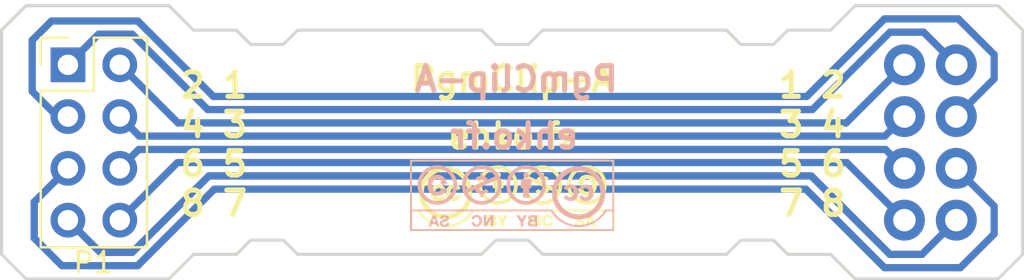
<source format=kicad_pcb>
(kicad_pcb (version 4) (host pcbnew 4.0.5)

  (general
    (links 0)
    (no_connects 0)
    (area 49.386667 47.925 100.075001 62.325)
    (thickness 1.6)
    (drawings 48)
    (tracks 106)
    (zones 0)
    (modules 11)
    (nets 9)
  )

  (page A4)
  (title_block
    (title ProgrammerClip)
    (date 2017-03-21)
    (rev A)
    (comment 3 CC-BY-SA-NC)
    (comment 4 "PITIOT Mathieu")
  )

  (layers
    (0 F.Cu signal)
    (31 B.Cu signal)
    (32 B.Adhes user)
    (33 F.Adhes user)
    (34 B.Paste user)
    (35 F.Paste user)
    (36 B.SilkS user)
    (37 F.SilkS user)
    (38 B.Mask user)
    (39 F.Mask user)
    (40 Dwgs.User user)
    (41 Cmts.User user)
    (42 Eco1.User user)
    (43 Eco2.User user)
    (44 Edge.Cuts user)
    (45 Margin user)
    (46 B.CrtYd user hide)
    (47 F.CrtYd user)
    (48 B.Fab user)
    (49 F.Fab user hide)
  )

  (setup
    (last_trace_width 0.35)
    (trace_clearance 0.3)
    (zone_clearance 0.508)
    (zone_45_only no)
    (trace_min 0.3)
    (segment_width 0.2)
    (edge_width 0.15)
    (via_size 0.8)
    (via_drill 0.4)
    (via_min_size 0.8)
    (via_min_drill 0.4)
    (uvia_size 0.3)
    (uvia_drill 0.1)
    (uvias_allowed no)
    (uvia_min_size 0.2)
    (uvia_min_drill 0.1)
    (pcb_text_width 0.3)
    (pcb_text_size 1.5 1.5)
    (mod_edge_width 0.15)
    (mod_text_size 1 1)
    (mod_text_width 0.15)
    (pad_size 2 2)
    (pad_drill 1.1)
    (pad_to_mask_clearance 0.2)
    (aux_axis_origin 0 0)
    (visible_elements FFFFF77F)
    (pcbplotparams
      (layerselection 0x010f0_80000001)
      (usegerberextensions true)
      (excludeedgelayer true)
      (linewidth 0.050000)
      (plotframeref false)
      (viasonmask false)
      (mode 1)
      (useauxorigin false)
      (hpglpennumber 1)
      (hpglpenspeed 20)
      (hpglpendiameter 15)
      (hpglpenoverlay 2)
      (psnegative false)
      (psa4output false)
      (plotreference false)
      (plotvalue false)
      (plotinvisibletext false)
      (padsonsilk false)
      (subtractmaskfromsilk false)
      (outputformat 1)
      (mirror false)
      (drillshape 0)
      (scaleselection 1)
      (outputdirectory exports/))
  )

  (net 0 "")
  (net 1 "Net-(P1-Pad1)")
  (net 2 "Net-(P1-Pad2)")
  (net 3 "Net-(P1-Pad3)")
  (net 4 "Net-(P1-Pad4)")
  (net 5 "Net-(P1-Pad5)")
  (net 6 "Net-(P1-Pad6)")
  (net 7 "Net-(P1-Pad7)")
  (net 8 "Net-(P1-Pad8)")

  (net_class Default "Ceci est la Netclass par défaut"
    (clearance 0.3)
    (trace_width 0.35)
    (via_dia 0.8)
    (via_drill 0.4)
    (uvia_dia 0.3)
    (uvia_drill 0.1)
    (add_net "Net-(P1-Pad1)")
    (add_net "Net-(P1-Pad2)")
    (add_net "Net-(P1-Pad3)")
    (add_net "Net-(P1-Pad4)")
    (add_net "Net-(P1-Pad5)")
    (add_net "Net-(P1-Pad6)")
    (add_net "Net-(P1-Pad7)")
    (add_net "Net-(P1-Pad8)")
  )

  (module Pin_Headers:Pin_Header_Straight_2x04_Pitch2.54mm (layer F.Cu) (tedit 58D2B68A) (tstamp 58D198A8)
    (at 53.25 51.2)
    (descr "Through hole straight pin header, 2x04, 2.54mm pitch, double rows")
    (tags "Through hole pin header THT 2x04 2.54mm double row")
    (path /58D193B8)
    (fp_text reference P1 (at 1.25 9.7) (layer F.SilkS)
      (effects (font (size 1 1) (thickness 0.15)))
    )
    (fp_text value CONN_02X04 (at 1.27 9.95) (layer F.Fab)
      (effects (font (size 1 1) (thickness 0.15)))
    )
    (fp_line (start -1.27 -1.27) (end -1.27 8.89) (layer F.Fab) (width 0.1))
    (fp_line (start -1.27 8.89) (end 3.81 8.89) (layer F.Fab) (width 0.1))
    (fp_line (start 3.81 8.89) (end 3.81 -1.27) (layer F.Fab) (width 0.1))
    (fp_line (start 3.81 -1.27) (end -1.27 -1.27) (layer F.Fab) (width 0.1))
    (fp_line (start -1.33 1.27) (end -1.33 8.95) (layer F.SilkS) (width 0.12))
    (fp_line (start -1.33 8.95) (end 3.87 8.95) (layer F.SilkS) (width 0.12))
    (fp_line (start 3.87 8.95) (end 3.87 -1.33) (layer F.SilkS) (width 0.12))
    (fp_line (start 3.87 -1.33) (end 1.27 -1.33) (layer F.SilkS) (width 0.12))
    (fp_line (start 1.27 -1.33) (end 1.27 1.27) (layer F.SilkS) (width 0.12))
    (fp_line (start 1.27 1.27) (end -1.33 1.27) (layer F.SilkS) (width 0.12))
    (fp_line (start -1.33 0) (end -1.33 -1.33) (layer F.SilkS) (width 0.12))
    (fp_line (start -1.33 -1.33) (end 0 -1.33) (layer F.SilkS) (width 0.12))
    (fp_line (start -1.8 -1.8) (end -1.8 9.4) (layer F.CrtYd) (width 0.05))
    (fp_line (start -1.8 9.4) (end 4.35 9.4) (layer F.CrtYd) (width 0.05))
    (fp_line (start 4.35 9.4) (end 4.35 -1.8) (layer F.CrtYd) (width 0.05))
    (fp_line (start 4.35 -1.8) (end -1.8 -1.8) (layer F.CrtYd) (width 0.05))
    (fp_text user %R (at 1.27 -2.33) (layer F.Fab)
      (effects (font (size 1 1) (thickness 0.15)))
    )
    (pad 1 thru_hole rect (at 0 0) (size 1.7 1.7) (drill 1) (layers *.Cu *.Mask)
      (net 1 "Net-(P1-Pad1)"))
    (pad 2 thru_hole oval (at 2.54 0) (size 1.7 1.7) (drill 1) (layers *.Cu *.Mask)
      (net 2 "Net-(P1-Pad2)"))
    (pad 3 thru_hole oval (at 0 2.54) (size 1.7 1.7) (drill 1) (layers *.Cu *.Mask)
      (net 3 "Net-(P1-Pad3)"))
    (pad 4 thru_hole oval (at 2.54 2.54) (size 1.7 1.7) (drill 1) (layers *.Cu *.Mask)
      (net 4 "Net-(P1-Pad4)"))
    (pad 5 thru_hole oval (at 0 5.08) (size 1.7 1.7) (drill 1) (layers *.Cu *.Mask)
      (net 5 "Net-(P1-Pad5)"))
    (pad 6 thru_hole oval (at 2.54 5.08) (size 1.7 1.7) (drill 1) (layers *.Cu *.Mask)
      (net 6 "Net-(P1-Pad6)"))
    (pad 7 thru_hole oval (at 0 7.62) (size 1.7 1.7) (drill 1) (layers *.Cu *.Mask)
      (net 7 "Net-(P1-Pad7)"))
    (pad 8 thru_hole oval (at 2.54 7.62) (size 1.7 1.7) (drill 1) (layers *.Cu *.Mask)
      (net 8 "Net-(P1-Pad8)"))
    (model ${KISYS3DMOD}/Pin_Headers.3dshapes/Pin_Header_Straight_2x04_Pitch2.54mm.wrl
      (at (xyz 0.05 -0.15 0))
      (scale (xyz 1 1 1))
      (rotate (xyz 0 0 90))
    )
  )

  (module ehko:Pogo_pin_connect_1.02mm (layer F.Cu) (tedit 58D1A0DE) (tstamp 58D198AD)
    (at 96.75 51.2)
    (path /58D19507)
    (fp_text reference W1 (at 0 2) (layer F.SilkS) hide
      (effects (font (size 1 1) (thickness 0.15)))
    )
    (fp_text value 1P (at 0 -2.2) (layer F.Fab)
      (effects (font (size 1 1) (thickness 0.15)))
    )
    (pad 1 thru_hole circle (at 0 0) (size 2 2) (drill 1.1) (layers *.Cu *.Mask)
      (net 1 "Net-(P1-Pad1)"))
  )

  (module ehko:Pogo_pin_connect_1.02mm (layer F.Cu) (tedit 58D1A0D6) (tstamp 58D198B2)
    (at 96.75 53.75)
    (path /58D1959F)
    (fp_text reference W2 (at 0 2) (layer F.SilkS) hide
      (effects (font (size 1 1) (thickness 0.15)))
    )
    (fp_text value 1P (at 0 -2.2) (layer F.Fab)
      (effects (font (size 1 1) (thickness 0.15)))
    )
    (pad 1 thru_hole circle (at 0 -0.01) (size 2 2) (drill 1.1) (layers *.Cu *.Mask)
      (net 3 "Net-(P1-Pad3)"))
  )

  (module ehko:Pogo_pin_connect_1.02mm (layer F.Cu) (tedit 58D1A0CE) (tstamp 58D198B7)
    (at 96.75 56.28)
    (path /58D195BB)
    (fp_text reference W3 (at 0 2) (layer F.SilkS) hide
      (effects (font (size 1 1) (thickness 0.15)))
    )
    (fp_text value 1P (at 0 -2.2) (layer F.Fab)
      (effects (font (size 1 1) (thickness 0.15)))
    )
    (pad 1 thru_hole circle (at 0 0) (size 2 2) (drill 1.1) (layers *.Cu *.Mask)
      (net 5 "Net-(P1-Pad5)"))
  )

  (module ehko:Pogo_pin_connect_1.02mm (layer F.Cu) (tedit 58D1A0CA) (tstamp 58D198BC)
    (at 96.75 58.82)
    (path /58D195DA)
    (fp_text reference W4 (at 0 2) (layer F.SilkS) hide
      (effects (font (size 1 1) (thickness 0.15)))
    )
    (fp_text value 1P (at 0 -2.2) (layer F.Fab)
      (effects (font (size 1 1) (thickness 0.15)))
    )
    (pad 1 thru_hole circle (at 0 0) (size 2 2) (drill 1.1) (layers *.Cu *.Mask)
      (net 7 "Net-(P1-Pad7)"))
  )

  (module ehko:Pogo_pin_connect_1.02mm (layer F.Cu) (tedit 58D1A0DB) (tstamp 58D198C1)
    (at 94.21 51.2)
    (path /58D1944F)
    (fp_text reference W5 (at 0 2) (layer F.SilkS) hide
      (effects (font (size 1 1) (thickness 0.15)))
    )
    (fp_text value 1P (at 0 -2.2) (layer F.Fab)
      (effects (font (size 1 1) (thickness 0.15)))
    )
    (pad 1 thru_hole circle (at 0 0) (size 2 2) (drill 1.1) (layers *.Cu *.Mask)
      (net 2 "Net-(P1-Pad2)"))
  )

  (module ehko:Pogo_pin_connect_1.02mm (layer F.Cu) (tedit 58D1A0D3) (tstamp 58D198C6)
    (at 96.75 53.74)
    (path /58D195FC)
    (fp_text reference W6 (at 0 2) (layer F.SilkS) hide
      (effects (font (size 1 1) (thickness 0.15)))
    )
    (fp_text value 1P (at 0 -2.2) (layer F.Fab)
      (effects (font (size 1 1) (thickness 0.15)))
    )
    (pad 1 thru_hole circle (at -2.54 0) (size 2 2) (drill 1.1) (layers *.Cu *.Mask)
      (net 4 "Net-(P1-Pad4)"))
  )

  (module ehko:Pogo_pin_connect_1.02mm (layer F.Cu) (tedit 58D1A0CD) (tstamp 58D198CB)
    (at 94.21 56.28)
    (path /58D19621)
    (fp_text reference W7 (at 0 2) (layer F.SilkS) hide
      (effects (font (size 1 1) (thickness 0.15)))
    )
    (fp_text value 1P (at 0 -2.2) (layer F.Fab)
      (effects (font (size 1 1) (thickness 0.15)))
    )
    (pad 1 thru_hole circle (at 0 0) (size 2 2) (drill 1.1) (layers *.Cu *.Mask)
      (net 6 "Net-(P1-Pad6)"))
  )

  (module ehko:Pogo_pin_connect_1.02mm (layer F.Cu) (tedit 58D1A0C8) (tstamp 58D198D0)
    (at 94.21 58.82)
    (path /58D1964D)
    (fp_text reference W8 (at 0 2) (layer F.SilkS) hide
      (effects (font (size 1 1) (thickness 0.15)))
    )
    (fp_text value 1P (at 0 -2.2) (layer F.Fab)
      (effects (font (size 1 1) (thickness 0.15)))
    )
    (pad 1 thru_hole circle (at 0 0) (size 2 2) (drill 1.1) (layers *.Cu *.Mask)
      (net 8 "Net-(P1-Pad8)"))
  )

  (module ehko:Logo_silks_CC-BY-NC-SA_10x3.6mm (layer F.Cu) (tedit 0) (tstamp 58D2BF6C)
    (at 75 57.6)
    (descr "CC BY-NC-SA logo, 10x3.6mm, SilkS")
    (fp_text reference G*** (at 0.3 -1.4) (layer F.SilkS) hide
      (effects (font (size 0.1778 0.1778) (thickness 0.03556)))
    )
    (fp_text value LOGO (at 0.3 0.5) (layer F.SilkS) hide
      (effects (font (size 0.1778 0.1778) (thickness 0.03556)))
    )
    (fp_poly (pts (xy 4.99872 1.75006) (xy 4.90982 1.75006) (xy 4.90982 0.6985) (xy 4.90982 -0.44958)
      (xy 4.90982 -1.6002) (xy 4.87934 -1.63068) (xy 4.8514 -1.65862) (xy 0 -1.65862)
      (xy -4.8514 -1.65862) (xy -4.87934 -1.63068) (xy -4.90982 -1.6002) (xy -4.90982 -0.44958)
      (xy -4.90982 0.6985) (xy -4.73202 0.6985) (xy -4.55422 0.6985) (xy -4.48818 0.8001)
      (xy -4.39166 0.93218) (xy -4.2799 1.05156) (xy -4.15544 1.15824) (xy -4.01828 1.25222)
      (xy -3.8735 1.33096) (xy -3.71856 1.39192) (xy -3.556 1.43764) (xy -3.42646 1.45796)
      (xy -3.36042 1.46304) (xy -3.27914 1.46558) (xy -3.19278 1.46304) (xy -3.10642 1.45542)
      (xy -3.02768 1.4478) (xy -2.98196 1.44018) (xy -2.81178 1.39446) (xy -2.6543 1.33604)
      (xy -2.50444 1.2573) (xy -2.36728 1.16332) (xy -2.23774 1.04902) (xy -2.1844 0.99568)
      (xy -2.14122 0.94742) (xy -2.0955 0.89154) (xy -2.05486 0.8382) (xy -2.02946 0.8001)
      (xy -1.96342 0.70104) (xy 1.47066 0.6985) (xy 4.90982 0.6985) (xy 4.90982 1.75006)
      (xy 4.89966 1.75006) (xy 4.89966 1.66878) (xy 4.89966 1.22936) (xy 4.89966 0.78994)
      (xy 1.4986 0.78994) (xy -1.89738 0.78994) (xy -1.96088 0.88138) (xy -2.03708 0.98806)
      (xy -2.11074 1.08204) (xy -2.18948 1.16078) (xy -2.27076 1.22682) (xy -2.3622 1.29032)
      (xy -2.43078 1.33096) (xy -2.54 1.38684) (xy -2.63652 1.43256) (xy -2.72796 1.46812)
      (xy -2.82194 1.4986) (xy -2.91846 1.524) (xy -2.92354 1.524) (xy -3.06832 1.5494)
      (xy -3.2004 1.5621) (xy -3.32994 1.5621) (xy -3.46202 1.5494) (xy -3.59664 1.524)
      (xy -3.74904 1.47828) (xy -3.90144 1.41224) (xy -4.05892 1.32842) (xy -4.2164 1.22428)
      (xy -4.26974 1.18618) (xy -4.31038 1.15316) (xy -4.3561 1.10744) (xy -4.4069 1.05664)
      (xy -4.46024 1.00076) (xy -4.5085 0.94488) (xy -4.55168 0.89408) (xy -4.5847 0.84836)
      (xy -4.59994 0.82042) (xy -4.61772 0.78994) (xy -4.76758 0.78994) (xy -4.91998 0.78994)
      (xy -4.91998 1.22936) (xy -4.91998 1.66878) (xy -0.00762 1.66878) (xy 4.89966 1.66878)
      (xy 4.89966 1.75006) (xy 0.00508 1.75006) (xy -4.98602 1.75006) (xy -4.99364 1.60528)
      (xy -4.99364 1.57734) (xy -4.99618 1.53162) (xy -4.99618 1.46812) (xy -4.99618 1.38938)
      (xy -4.99618 1.29794) (xy -4.99872 1.19634) (xy -4.99872 1.0795) (xy -4.99872 0.95504)
      (xy -4.99872 0.82296) (xy -4.99872 0.68072) (xy -4.99872 0.5334) (xy -4.99872 0.381)
      (xy -4.99872 0.22606) (xy -4.99872 0.06858) (xy -4.99618 -0.08636) (xy -4.99618 -0.24638)
      (xy -4.99618 -0.40386) (xy -4.99618 -0.55626) (xy -4.99618 -0.70866) (xy -4.99364 -0.85344)
      (xy -4.99364 -0.9906) (xy -4.99364 -1.12014) (xy -4.99364 -1.24206) (xy -4.9911 -1.35382)
      (xy -4.9911 -1.45288) (xy -4.9911 -1.53924) (xy -4.98856 -1.6129) (xy -4.98856 -1.66878)
      (xy -4.98856 -1.70942) (xy -4.98602 -1.73228) (xy -4.98602 -1.73482) (xy -4.97586 -1.73736)
      (xy -4.94538 -1.73736) (xy -4.89712 -1.73736) (xy -4.83108 -1.73736) (xy -4.7498 -1.73736)
      (xy -4.6482 -1.73736) (xy -4.5339 -1.7399) (xy -4.40436 -1.7399) (xy -4.25958 -1.7399)
      (xy -4.1021 -1.7399) (xy -3.93192 -1.7399) (xy -3.75158 -1.7399) (xy -3.55854 -1.74244)
      (xy -3.35534 -1.74244) (xy -3.14198 -1.74244) (xy -2.91846 -1.74244) (xy -2.68732 -1.74244)
      (xy -2.4511 -1.74244) (xy -2.20472 -1.74244) (xy -1.95326 -1.74244) (xy -1.69672 -1.74498)
      (xy -1.43764 -1.74498) (xy -1.17094 -1.74498) (xy -0.90424 -1.74498) (xy -0.63246 -1.74498)
      (xy -0.36068 -1.74498) (xy -0.0889 -1.74498) (xy 0.18288 -1.74498) (xy 0.45466 -1.74498)
      (xy 0.72644 -1.74498) (xy 0.99568 -1.74498) (xy 1.26238 -1.74498) (xy 1.524 -1.74498)
      (xy 1.78308 -1.74498) (xy 2.03708 -1.74498) (xy 2.286 -1.74498) (xy 2.5273 -1.74498)
      (xy 2.76352 -1.74498) (xy 2.98958 -1.74498) (xy 3.20802 -1.74498) (xy 3.4163 -1.74498)
      (xy 3.61442 -1.74498) (xy 3.80492 -1.74498) (xy 3.98018 -1.74498) (xy 4.14528 -1.74498)
      (xy 4.29514 -1.74498) (xy 4.4323 -1.74498) (xy 4.55676 -1.74498) (xy 4.66344 -1.74498)
      (xy 4.75488 -1.74244) (xy 4.83108 -1.74244) (xy 4.8895 -1.74244) (xy 4.9276 -1.74244)
      (xy 4.95046 -1.74244) (xy 4.953 -1.74244) (xy 4.99872 -1.73736) (xy 4.99872 0.00508)
      (xy 4.99872 1.75006) (xy 4.99872 1.75006)) (layer F.SilkS) (width 0.00254))
    (fp_poly (pts (xy 1.98882 1.31826) (xy 1.98374 1.3462) (xy 1.95834 1.41732) (xy 1.92024 1.47066)
      (xy 1.86944 1.5113) (xy 1.80848 1.53416) (xy 1.73736 1.54178) (xy 1.69418 1.5367)
      (xy 1.64084 1.52654) (xy 1.6002 1.50622) (xy 1.55956 1.4732) (xy 1.54178 1.45542)
      (xy 1.50368 1.39954) (xy 1.47828 1.3335) (xy 1.47066 1.26492) (xy 1.47574 1.1938)
      (xy 1.49352 1.12522) (xy 1.52908 1.06426) (xy 1.5494 1.03886) (xy 1.60274 0.99822)
      (xy 1.6637 0.97282) (xy 1.7272 0.96266) (xy 1.7907 0.96774) (xy 1.84912 0.98552)
      (xy 1.90246 1.01854) (xy 1.94564 1.06426) (xy 1.95834 1.08966) (xy 1.97104 1.1176)
      (xy 1.97866 1.143) (xy 1.97866 1.14808) (xy 1.97612 1.16078) (xy 1.96596 1.16586)
      (xy 1.9431 1.1684) (xy 1.92532 1.1684) (xy 1.8923 1.1684) (xy 1.87452 1.16332)
      (xy 1.86182 1.15316) (xy 1.8542 1.13792) (xy 1.82372 1.09982) (xy 1.78562 1.0795)
      (xy 1.74244 1.06934) (xy 1.69926 1.07696) (xy 1.65862 1.09728) (xy 1.6256 1.13284)
      (xy 1.61544 1.15316) (xy 1.60274 1.1938) (xy 1.59766 1.24714) (xy 1.6002 1.30048)
      (xy 1.61036 1.3462) (xy 1.61544 1.35636) (xy 1.64592 1.39954) (xy 1.68656 1.42494)
      (xy 1.73228 1.43764) (xy 1.778 1.43256) (xy 1.79832 1.4224) (xy 1.82626 1.40208)
      (xy 1.84658 1.3716) (xy 1.85928 1.34112) (xy 1.85928 1.3335) (xy 1.86182 1.32588)
      (xy 1.87706 1.3208) (xy 1.905 1.31826) (xy 1.92278 1.31826) (xy 1.98882 1.31826)
      (xy 1.98882 1.31826)) (layer F.SilkS) (width 0.00254))
    (fp_poly (pts (xy 3.53822 1.38938) (xy 3.52806 1.42748) (xy 3.5052 1.46304) (xy 3.49758 1.4732)
      (xy 3.45948 1.50622) (xy 3.40614 1.52908) (xy 3.34518 1.54178) (xy 3.28168 1.54178)
      (xy 3.27406 1.54178) (xy 3.20294 1.52654) (xy 3.14706 1.49606) (xy 3.10642 1.45542)
      (xy 3.08102 1.40208) (xy 3.07848 1.397) (xy 3.0734 1.36652) (xy 3.07848 1.34874)
      (xy 3.09626 1.34112) (xy 3.12928 1.34112) (xy 3.13944 1.34112) (xy 3.16992 1.34366)
      (xy 3.1877 1.34874) (xy 3.19786 1.36144) (xy 3.20294 1.37922) (xy 3.22326 1.41224)
      (xy 3.25628 1.43764) (xy 3.29946 1.4478) (xy 3.34772 1.44272) (xy 3.37566 1.4351)
      (xy 3.40614 1.41732) (xy 3.41884 1.39446) (xy 3.4163 1.36652) (xy 3.40868 1.35128)
      (xy 3.39344 1.33858) (xy 3.36804 1.32588) (xy 3.32994 1.31064) (xy 3.2766 1.29286)
      (xy 3.24866 1.28524) (xy 3.2004 1.27) (xy 3.16738 1.25476) (xy 3.14452 1.23952)
      (xy 3.13182 1.22428) (xy 3.10134 1.17856) (xy 3.09118 1.13538) (xy 3.09626 1.08966)
      (xy 3.11658 1.04902) (xy 3.1496 1.01346) (xy 3.19278 0.98552) (xy 3.24358 0.96774)
      (xy 3.302 0.96266) (xy 3.35788 0.96774) (xy 3.42138 0.98806) (xy 3.46964 1.016)
      (xy 3.50012 1.05664) (xy 3.51536 1.10744) (xy 3.51536 1.10744) (xy 3.52044 1.14808)
      (xy 3.46456 1.14808) (xy 3.43154 1.14808) (xy 3.41376 1.143) (xy 3.4036 1.13538)
      (xy 3.39598 1.1176) (xy 3.3782 1.08712) (xy 3.34518 1.06934) (xy 3.30708 1.05918)
      (xy 3.26898 1.06426) (xy 3.23596 1.0795) (xy 3.23342 1.08458) (xy 3.21564 1.1049)
      (xy 3.21056 1.12268) (xy 3.22072 1.14046) (xy 3.2258 1.14808) (xy 3.24866 1.16078)
      (xy 3.2893 1.17856) (xy 3.34772 1.19634) (xy 3.3528 1.19634) (xy 3.41884 1.2192)
      (xy 3.46964 1.23952) (xy 3.50266 1.26492) (xy 3.52552 1.2954) (xy 3.53568 1.3335)
      (xy 3.53568 1.34112) (xy 3.53822 1.38938) (xy 3.53822 1.38938)) (layer F.SilkS) (width 0.00254))
    (fp_poly (pts (xy -0.762 1.38938) (xy -0.77724 1.44018) (xy -0.81026 1.48336) (xy -0.85344 1.50876)
      (xy -0.87122 1.51638) (xy -0.889 1.52146) (xy -0.889 1.3589) (xy -0.89154 1.32842)
      (xy -0.90424 1.3081) (xy -0.90932 1.30556) (xy -0.90932 1.1303) (xy -0.91948 1.10236)
      (xy -0.92456 1.09474) (xy -0.9398 1.08458) (xy -0.96774 1.0795) (xy -1.00838 1.0795)
      (xy -1.01854 1.0795) (xy -1.09728 1.0795) (xy -1.09982 1.10998) (xy -1.10236 1.143)
      (xy -1.09982 1.17094) (xy -1.09728 1.18618) (xy -1.0922 1.1938) (xy -1.07696 1.19888)
      (xy -1.04902 1.19888) (xy -1.02616 1.19888) (xy -0.97536 1.19634) (xy -0.9398 1.18872)
      (xy -0.93218 1.18364) (xy -0.9144 1.16078) (xy -0.90932 1.1303) (xy -0.90932 1.30556)
      (xy -0.92964 1.2954) (xy -0.96774 1.29032) (xy -1.016 1.28778) (xy -1.09982 1.28778)
      (xy -1.09982 1.3589) (xy -1.09982 1.43002) (xy -1.01092 1.43002) (xy -0.9652 1.42748)
      (xy -0.93472 1.42494) (xy -0.9144 1.41732) (xy -0.90678 1.41224) (xy -0.89154 1.38684)
      (xy -0.889 1.3589) (xy -0.889 1.52146) (xy -0.89408 1.52146) (xy -0.92202 1.52654)
      (xy -0.96012 1.52654) (xy -1.01346 1.52908) (xy -1.06172 1.52908) (xy -1.22936 1.52908)
      (xy -1.22936 1.25476) (xy -1.22936 0.9779) (xy -1.06426 0.9779) (xy -0.9906 0.98044)
      (xy -0.93726 0.98044) (xy -0.89408 0.98552) (xy -0.8636 0.99314) (xy -0.84074 1.0033)
      (xy -0.82296 1.01854) (xy -0.81534 1.02616) (xy -0.8001 1.0541) (xy -0.79248 1.0922)
      (xy -0.78994 1.13284) (xy -0.79248 1.15316) (xy -0.80518 1.17856) (xy -0.8255 1.20396)
      (xy -0.82804 1.2065) (xy -0.84328 1.22428) (xy -0.84582 1.23444) (xy -0.8382 1.23698)
      (xy -0.8128 1.25476) (xy -0.78486 1.2827) (xy -0.76708 1.31826) (xy -0.76454 1.3335)
      (xy -0.762 1.38938) (xy -0.762 1.38938)) (layer F.SilkS) (width 0.00254))
    (fp_poly (pts (xy -0.21082 0.9779) (xy -0.31496 1.15316) (xy -0.4191 1.32842) (xy -0.4191 1.42748)
      (xy -0.4191 1.52908) (xy -0.47752 1.52908) (xy -0.53848 1.52908) (xy -0.53848 1.4224)
      (xy -0.53848 1.31572) (xy -0.635 1.1557) (xy -0.66548 1.1049) (xy -0.69342 1.05918)
      (xy -0.71374 1.02108) (xy -0.72898 0.99822) (xy -0.7366 0.98552) (xy -0.72898 0.98298)
      (xy -0.70612 0.98044) (xy -0.6731 0.9779) (xy -0.67056 0.9779) (xy -0.59944 0.9779)
      (xy -0.53848 1.08458) (xy -0.51054 1.13284) (xy -0.49022 1.16332) (xy -0.47498 1.17856)
      (xy -0.46736 1.17856) (xy -0.45974 1.16332) (xy -0.4445 1.13792) (xy -0.42164 1.09982)
      (xy -0.4064 1.07442) (xy -0.35306 0.98298) (xy -0.28194 0.98044) (xy -0.21082 0.9779)
      (xy -0.21082 0.9779)) (layer F.SilkS) (width 0.00254))
    (fp_poly (pts (xy 1.38938 1.52908) (xy 1.32588 1.52908) (xy 1.26492 1.52908) (xy 1.15316 1.35128)
      (xy 1.04394 1.17602) (xy 1.0414 1.35382) (xy 1.03886 1.52908) (xy 0.9779 1.52908)
      (xy 0.91948 1.52908) (xy 0.91948 1.25476) (xy 0.91948 0.9779) (xy 0.98298 0.9779)
      (xy 1.04648 0.9779) (xy 1.15316 1.15316) (xy 1.18618 1.2065) (xy 1.21666 1.25222)
      (xy 1.23952 1.28778) (xy 1.2573 1.31318) (xy 1.26492 1.32334) (xy 1.26746 1.32334)
      (xy 1.26746 1.31318) (xy 1.27 1.28524) (xy 1.27 1.2446) (xy 1.27 1.1938)
      (xy 1.27 1.15062) (xy 1.26746 0.9779) (xy 1.32842 0.9779) (xy 1.38938 0.9779)
      (xy 1.38938 1.25476) (xy 1.38938 1.52908) (xy 1.38938 1.52908)) (layer F.SilkS) (width 0.00254))
    (fp_poly (pts (xy 4.0894 1.52146) (xy 4.07924 1.52654) (xy 4.05638 1.52908) (xy 4.0259 1.52908)
      (xy 3.9624 1.52908) (xy 3.94462 1.46812) (xy 3.92684 1.4097) (xy 3.88874 1.4097)
      (xy 3.88874 1.3081) (xy 3.85826 1.2192) (xy 3.84302 1.1811) (xy 3.83286 1.15062)
      (xy 3.8227 1.13792) (xy 3.82016 1.13538) (xy 3.81254 1.14808) (xy 3.80238 1.17348)
      (xy 3.78968 1.2065) (xy 3.77698 1.24206) (xy 3.76682 1.27254) (xy 3.76174 1.2954)
      (xy 3.7592 1.30302) (xy 3.76936 1.30556) (xy 3.79222 1.3081) (xy 3.8227 1.3081)
      (xy 3.88874 1.3081) (xy 3.88874 1.4097) (xy 3.8227 1.4097) (xy 3.7211 1.4097)
      (xy 3.69824 1.46812) (xy 3.67538 1.52908) (xy 3.61442 1.52908) (xy 3.55092 1.52908)
      (xy 3.65506 1.2573) (xy 3.75666 0.98298) (xy 3.82524 0.98298) (xy 3.89128 0.98298)
      (xy 3.99034 1.24968) (xy 4.01574 1.31826) (xy 4.0386 1.37922) (xy 4.05892 1.4351)
      (xy 4.07416 1.47828) (xy 4.08432 1.50622) (xy 4.0894 1.52146) (xy 4.0894 1.52146)
      (xy 4.0894 1.52146)) (layer F.SilkS) (width 0.00254))
    (fp_poly (pts (xy -1.96088 -0.13716) (xy -1.96088 -0.06604) (xy -1.96596 0.02794) (xy -1.97358 0.11176)
      (xy -1.98628 0.18796) (xy -2.00406 0.25908) (xy -2.02946 0.33274) (xy -2.04724 0.38354)
      (xy -2.11074 0.51308) (xy -2.18948 0.635) (xy -2.19202 0.63754) (xy -2.19202 -0.13716)
      (xy -2.20218 -0.27686) (xy -2.23012 -0.41148) (xy -2.27584 -0.54102) (xy -2.33934 -0.66548)
      (xy -2.41808 -0.77978) (xy -2.51206 -0.88392) (xy -2.62128 -0.9779) (xy -2.7432 -1.05918)
      (xy -2.75082 -1.06172) (xy -2.8702 -1.1176) (xy -2.9972 -1.15824) (xy -3.13182 -1.1811)
      (xy -3.26898 -1.18618) (xy -3.40614 -1.17602) (xy -3.53822 -1.15062) (xy -3.66522 -1.10744)
      (xy -3.7465 -1.06934) (xy -3.8608 -0.99822) (xy -3.96748 -0.90932) (xy -4.06146 -0.81026)
      (xy -4.14528 -0.70104) (xy -4.21386 -0.5842) (xy -4.2672 -0.46228) (xy -4.28752 -0.3937)
      (xy -4.318 -0.24892) (xy -4.32562 -0.10668) (xy -4.31546 0.03048) (xy -4.28498 0.16764)
      (xy -4.23672 0.29718) (xy -4.16814 0.42164) (xy -4.08432 0.54102) (xy -3.98526 0.6477)
      (xy -3.86842 0.74422) (xy -3.74904 0.82042) (xy -3.62204 0.87884) (xy -3.48996 0.91948)
      (xy -3.3528 0.9398) (xy -3.20548 0.9398) (xy -3.0734 0.9271) (xy -2.95148 0.89916)
      (xy -2.8321 0.85344) (xy -2.71526 0.79248) (xy -2.60604 0.71628) (xy -2.50444 0.62992)
      (xy -2.41554 0.5334) (xy -2.34188 0.42926) (xy -2.28346 0.32004) (xy -2.26822 0.28702)
      (xy -2.2225 0.14478) (xy -2.1971 0.00254) (xy -2.19202 -0.13716) (xy -2.19202 0.63754)
      (xy -2.28346 0.7493) (xy -2.3876 0.85344) (xy -2.50444 0.94488) (xy -2.63144 1.02362)
      (xy -2.76352 1.08712) (xy -2.89814 1.13538) (xy -3.03784 1.16586) (xy -3.10388 1.17348)
      (xy -3.16738 1.17856) (xy -3.21818 1.1811) (xy -3.26136 1.18364) (xy -3.29946 1.18364)
      (xy -3.3401 1.1811) (xy -3.37566 1.17856) (xy -3.52806 1.15824) (xy -3.67284 1.12014)
      (xy -3.81 1.06172) (xy -3.94208 0.98806) (xy -4.06908 0.89408) (xy -4.191 0.77978)
      (xy -4.19354 0.77724) (xy -4.30022 0.65532) (xy -4.38912 0.53086) (xy -4.4577 0.39878)
      (xy -4.5085 0.26162) (xy -4.54152 0.1143) (xy -4.55676 -0.0381) (xy -4.5593 -0.11938)
      (xy -4.55422 -0.26162) (xy -4.5339 -0.39624) (xy -4.50088 -0.5207) (xy -4.45516 -0.64516)
      (xy -4.41706 -0.72136) (xy -4.33578 -0.85598) (xy -4.23926 -0.98044) (xy -4.13004 -1.0922)
      (xy -4.01066 -1.18872) (xy -3.87858 -1.27254) (xy -3.74142 -1.33858) (xy -3.59664 -1.38684)
      (xy -3.5052 -1.40716) (xy -3.43916 -1.41478) (xy -3.35788 -1.41986) (xy -3.27152 -1.4224)
      (xy -3.18516 -1.41986) (xy -3.10134 -1.41732) (xy -3.03022 -1.4097) (xy -3.01498 -1.40462)
      (xy -2.86258 -1.36906) (xy -2.7178 -1.31318) (xy -2.58318 -1.24206) (xy -2.45618 -1.1557)
      (xy -2.33934 -1.0541) (xy -2.23774 -0.9398) (xy -2.1463 -0.81534) (xy -2.07264 -0.67818)
      (xy -2.01676 -0.53594) (xy -2.0066 -0.49784) (xy -1.98628 -0.42926) (xy -1.97358 -0.36322)
      (xy -1.96596 -0.29464) (xy -1.96088 -0.22098) (xy -1.96088 -0.13716) (xy -1.96088 -0.13716)) (layer F.SilkS) (width 0.00254))
    (fp_poly (pts (xy 0.27686 -0.52324) (xy 0.27432 -0.4318) (xy 0.2667 -0.34544) (xy 0.254 -0.2667)
      (xy 0.24892 -0.24384) (xy 0.22606 -0.16764) (xy 0.1905 -0.08636) (xy 0.14986 -0.00762)
      (xy 0.10668 0.05842) (xy 0.09906 0.06858) (xy 0.09906 -0.49784) (xy 0.09398 -0.60706)
      (xy 0.0762 -0.70104) (xy 0.04826 -0.79502) (xy 0.0254 -0.84328) (xy -0.03048 -0.94234)
      (xy -0.10414 -1.03378) (xy -0.19304 -1.11506) (xy -0.28956 -1.18364) (xy -0.39624 -1.23698)
      (xy -0.45974 -1.25984) (xy -0.49276 -1.27) (xy -0.52324 -1.27762) (xy -0.5588 -1.28016)
      (xy -0.60198 -1.2827) (xy -0.65532 -1.2827) (xy -0.68326 -1.2827) (xy -0.74676 -1.2827)
      (xy -0.79248 -1.2827) (xy -0.83058 -1.27762) (xy -0.86106 -1.27254) (xy -0.89408 -1.26492)
      (xy -0.90932 -1.25984) (xy -1.02362 -1.21412) (xy -1.1303 -1.15062) (xy -1.22682 -1.07188)
      (xy -1.3081 -0.98044) (xy -1.37668 -0.87884) (xy -1.43002 -0.76454) (xy -1.45034 -0.70104)
      (xy -1.46304 -0.63754) (xy -1.47066 -0.56134) (xy -1.4732 -0.4826) (xy -1.47066 -0.40386)
      (xy -1.4605 -0.33528) (xy -1.45542 -0.30988) (xy -1.41224 -0.19304) (xy -1.35128 -0.08382)
      (xy -1.27762 0.01524) (xy -1.18618 0.1016) (xy -1.13284 0.14478) (xy -1.02616 0.20828)
      (xy -0.9144 0.254) (xy -0.79502 0.2794) (xy -0.6731 0.28702) (xy -0.5715 0.2794)
      (xy -0.48006 0.25908) (xy -0.38608 0.22606) (xy -0.29972 0.18542) (xy -0.27686 0.17272)
      (xy -0.24384 0.14986) (xy -0.2032 0.11938) (xy -0.16002 0.07874) (xy -0.11938 0.04064)
      (xy -0.11938 0.0381) (xy -0.07366 -0.00508) (xy -0.04064 -0.04318) (xy -0.01524 -0.07874)
      (xy 0.00508 -0.11684) (xy 0.01778 -0.1397) (xy 0.05588 -0.2286) (xy 0.08128 -0.31242)
      (xy 0.09398 -0.40386) (xy 0.09906 -0.49784) (xy 0.09906 0.06858) (xy 0.09652 0.0762)
      (xy 0.01016 0.17018) (xy -0.08382 0.25654) (xy -0.19304 0.3302) (xy -0.30734 0.39116)
      (xy -0.42418 0.4318) (xy -0.44958 0.43942) (xy -0.508 0.44958) (xy -0.57912 0.4572)
      (xy -0.65278 0.46228) (xy -0.72644 0.46482) (xy -0.79248 0.46228) (xy -0.83312 0.4572)
      (xy -0.9652 0.42672) (xy -1.08966 0.37846) (xy -1.20904 0.30988) (xy -1.3208 0.22606)
      (xy -1.36906 0.18034) (xy -1.4605 0.07366) (xy -1.5367 -0.0381) (xy -1.59512 -0.16002)
      (xy -1.6256 -0.25908) (xy -1.6383 -0.30226) (xy -1.64338 -0.3429) (xy -1.64846 -0.38608)
      (xy -1.651 -0.43434) (xy -1.651 -0.49276) (xy -1.64846 -0.58674) (xy -1.64338 -0.6604)
      (xy -1.63576 -0.70612) (xy -1.59766 -0.83566) (xy -1.54178 -0.95504) (xy -1.47066 -1.06934)
      (xy -1.3843 -1.17094) (xy -1.28778 -1.25984) (xy -1.17856 -1.33604) (xy -1.06172 -1.397)
      (xy -0.93726 -1.44018) (xy -0.91186 -1.44526) (xy -0.8509 -1.45542) (xy -0.77724 -1.46304)
      (xy -0.69596 -1.46558) (xy -0.61214 -1.46304) (xy -0.5334 -1.45796) (xy -0.46736 -1.4478)
      (xy -0.43434 -1.44018) (xy -0.3048 -1.39446) (xy -0.18288 -1.3335) (xy -0.07366 -1.25476)
      (xy 0.02032 -1.16332) (xy 0.10414 -1.05918) (xy 0.17526 -0.94488) (xy 0.2286 -0.82042)
      (xy 0.26416 -0.68834) (xy 0.26416 -0.68326) (xy 0.27432 -0.60706) (xy 0.27686 -0.52324)
      (xy 0.27686 -0.52324)) (layer F.SilkS) (width 0.00254))
    (fp_poly (pts (xy 2.45364 -0.47498) (xy 2.44856 -0.39624) (xy 2.4384 -0.31242) (xy 2.42316 -0.23876)
      (xy 2.40284 -0.17018) (xy 2.37236 -0.09906) (xy 2.36728 -0.09144) (xy 2.3241 -0.00762)
      (xy 2.27838 0.06096) (xy 2.27838 -0.51054) (xy 2.26568 -0.63246) (xy 2.23774 -0.7493)
      (xy 2.18948 -0.85852) (xy 2.12852 -0.96266) (xy 2.04978 -1.0541) (xy 1.95834 -1.13538)
      (xy 1.85166 -1.20396) (xy 1.83134 -1.21412) (xy 1.74498 -1.24968) (xy 1.65608 -1.27508)
      (xy 1.5621 -1.28524) (xy 1.45288 -1.28524) (xy 1.39446 -1.28524) (xy 1.34874 -1.28016)
      (xy 1.31318 -1.27508) (xy 1.27508 -1.26492) (xy 1.23698 -1.25222) (xy 1.18872 -1.23444)
      (xy 1.14046 -1.21158) (xy 1.09982 -1.19126) (xy 1.0922 -1.18618) (xy 1.06172 -1.1684)
      (xy 1.02616 -1.13792) (xy 0.98552 -1.10236) (xy 0.94234 -1.06426) (xy 0.90424 -1.02616)
      (xy 0.87122 -0.9906) (xy 0.84836 -0.96266) (xy 0.84074 -0.94996) (xy 0.83312 -0.93472)
      (xy 0.84074 -0.92456) (xy 0.86106 -0.9144) (xy 0.88138 -0.90424) (xy 0.91694 -0.89154)
      (xy 0.96012 -0.87122) (xy 1.01346 -0.84836) (xy 1.0414 -0.83566) (xy 1.18872 -0.76962)
      (xy 1.21412 -0.8128) (xy 1.24968 -0.85852) (xy 1.30048 -0.89662) (xy 1.3589 -0.92202)
      (xy 1.3843 -0.92964) (xy 1.43764 -0.94234) (xy 1.43764 -1.016) (xy 1.43764 -1.08966)
      (xy 1.49352 -1.08966) (xy 1.5494 -1.08966) (xy 1.5494 -1.016) (xy 1.5494 -0.94234)
      (xy 1.61036 -0.93218) (xy 1.64846 -0.92202) (xy 1.6891 -0.90678) (xy 1.7272 -0.89154)
      (xy 1.76022 -0.87376) (xy 1.78054 -0.86106) (xy 1.78562 -0.85344) (xy 1.78054 -0.84328)
      (xy 1.7653 -0.82042) (xy 1.74244 -0.79248) (xy 1.73228 -0.77978) (xy 1.67386 -0.71628)
      (xy 1.61544 -0.74422) (xy 1.56464 -0.762) (xy 1.51384 -0.77216) (xy 1.46812 -0.76962)
      (xy 1.43002 -0.75692) (xy 1.40462 -0.7366) (xy 1.39446 -0.70866) (xy 1.39446 -0.70612)
      (xy 1.39446 -0.6985) (xy 1.397 -0.69088) (xy 1.40462 -0.68326) (xy 1.41732 -0.67564)
      (xy 1.43764 -0.66294) (xy 1.46558 -0.65024) (xy 1.50368 -0.62992) (xy 1.55448 -0.60706)
      (xy 1.61544 -0.57912) (xy 1.69418 -0.54356) (xy 1.78816 -0.50038) (xy 1.81356 -0.49022)
      (xy 1.89992 -0.45212) (xy 1.9812 -0.41402) (xy 2.05486 -0.38354) (xy 2.11836 -0.35306)
      (xy 2.1717 -0.3302) (xy 2.21234 -0.31496) (xy 2.23774 -0.30226) (xy 2.24536 -0.29972)
      (xy 2.25298 -0.30988) (xy 2.2606 -0.33528) (xy 2.26822 -0.37592) (xy 2.26822 -0.38608)
      (xy 2.27838 -0.51054) (xy 2.27838 0.06096) (xy 2.2733 0.06604) (xy 2.21234 0.1397)
      (xy 2.16408 0.18796) (xy 2.16408 -0.10668) (xy 2.15392 -0.12192) (xy 2.12852 -0.13716)
      (xy 2.08788 -0.15748) (xy 2.032 -0.18288) (xy 2.00152 -0.19558) (xy 1.82372 -0.27432)
      (xy 1.79324 -0.21336) (xy 1.75514 -0.15494) (xy 1.7018 -0.11176) (xy 1.63576 -0.08128)
      (xy 1.6256 -0.07874) (xy 1.59004 -0.06858) (xy 1.56718 -0.05588) (xy 1.55702 -0.0381)
      (xy 1.55194 -0.01016) (xy 1.55194 0.0127) (xy 1.54686 0.07874) (xy 1.49352 0.07874)
      (xy 1.43764 0.07874) (xy 1.43764 0.01016) (xy 1.43764 -0.02286) (xy 1.43764 -0.04572)
      (xy 1.42748 -0.05842) (xy 1.4097 -0.0635) (xy 1.37668 -0.07112) (xy 1.35382 -0.07366)
      (xy 1.31826 -0.08382) (xy 1.27254 -0.1016) (xy 1.22428 -0.12446) (xy 1.18618 -0.14732)
      (xy 1.1684 -0.16002) (xy 1.14554 -0.18034) (xy 1.21158 -0.24638) (xy 1.24714 -0.2794)
      (xy 1.27 -0.29972) (xy 1.28524 -0.3048) (xy 1.29286 -0.3048) (xy 1.34366 -0.26924)
      (xy 1.38938 -0.24638) (xy 1.43002 -0.23368) (xy 1.47828 -0.2286) (xy 1.4859 -0.2286)
      (xy 1.54178 -0.23622) (xy 1.58242 -0.254) (xy 1.60782 -0.28448) (xy 1.60782 -0.28702)
      (xy 1.61544 -0.3175) (xy 1.61036 -0.34544) (xy 1.61036 -0.34798) (xy 1.60528 -0.3556)
      (xy 1.59766 -0.36322) (xy 1.58496 -0.37338) (xy 1.56464 -0.38354) (xy 1.5367 -0.39878)
      (xy 1.4986 -0.4191) (xy 1.4478 -0.44196) (xy 1.3843 -0.4699) (xy 1.3081 -0.50546)
      (xy 1.21412 -0.5461) (xy 1.17094 -0.56642) (xy 1.08458 -0.60452) (xy 1.0033 -0.64008)
      (xy 0.92964 -0.67056) (xy 0.86614 -0.6985) (xy 0.8128 -0.72136) (xy 0.77216 -0.7366)
      (xy 0.74676 -0.74676) (xy 0.7366 -0.7493) (xy 0.72898 -0.73406) (xy 0.71882 -0.70104)
      (xy 0.7112 -0.65786) (xy 0.70358 -0.60706) (xy 0.70104 -0.55626) (xy 0.6985 -0.50546)
      (xy 0.6985 -0.49276) (xy 0.70866 -0.37592) (xy 0.73406 -0.26162) (xy 0.77978 -0.15494)
      (xy 0.8382 -0.05588) (xy 0.90932 0.03048) (xy 0.99314 0.10922) (xy 1.08458 0.17526)
      (xy 1.18618 0.22606) (xy 1.2954 0.26416) (xy 1.4097 0.28448) (xy 1.52654 0.28702)
      (xy 1.6002 0.2794) (xy 1.72212 0.24892) (xy 1.83896 0.20066) (xy 1.94564 0.13716)
      (xy 2.04216 0.05588) (xy 2.10312 -0.00762) (xy 2.13106 -0.04318) (xy 2.15392 -0.07112)
      (xy 2.16408 -0.09144) (xy 2.16408 -0.10668) (xy 2.16408 0.18796) (xy 2.159 0.19304)
      (xy 2.04978 0.28448) (xy 1.93548 0.3556) (xy 1.81356 0.41148) (xy 1.69672 0.4445)
      (xy 1.6383 0.45466) (xy 1.56718 0.45974) (xy 1.49352 0.46482) (xy 1.4224 0.46482)
      (xy 1.36398 0.45974) (xy 1.35128 0.45974) (xy 1.22174 0.4318) (xy 1.09728 0.38608)
      (xy 0.98044 0.32258) (xy 0.87122 0.2413) (xy 0.78232 0.15494) (xy 0.69596 0.05334)
      (xy 0.62992 -0.04572) (xy 0.57912 -0.1524) (xy 0.5461 -0.2667) (xy 0.52578 -0.39116)
      (xy 0.52324 -0.46482) (xy 0.5207 -0.52832) (xy 0.5207 -0.57912) (xy 0.52324 -0.6223)
      (xy 0.53086 -0.66548) (xy 0.53594 -0.6985) (xy 0.57404 -0.82804) (xy 0.62738 -0.9525)
      (xy 0.6985 -1.0668) (xy 0.78486 -1.17094) (xy 0.88392 -1.26238) (xy 0.99568 -1.33858)
      (xy 1.06934 -1.37922) (xy 1.15824 -1.41732) (xy 1.24714 -1.44272) (xy 1.34366 -1.45796)
      (xy 1.43764 -1.46558) (xy 1.58242 -1.46304) (xy 1.71704 -1.44272) (xy 1.8415 -1.40716)
      (xy 1.96088 -1.35128) (xy 2.07264 -1.27762) (xy 2.15392 -1.2065) (xy 2.2479 -1.10744)
      (xy 2.3241 -0.99568) (xy 2.38252 -0.8763) (xy 2.4257 -0.7493) (xy 2.44856 -0.61468)
      (xy 2.45364 -0.47498) (xy 2.45364 -0.47498)) (layer F.SilkS) (width 0.00254))
    (fp_poly (pts (xy 4.62534 -0.47752) (xy 4.6228 -0.39878) (xy 4.61772 -0.3302) (xy 4.60756 -0.27432)
      (xy 4.60756 -0.2667) (xy 4.56438 -0.13462) (xy 4.50342 -0.0127) (xy 4.44754 0.0635)
      (xy 4.44754 -0.4699) (xy 4.44754 -0.52832) (xy 4.44246 -0.6096) (xy 4.4323 -0.67818)
      (xy 4.41706 -0.73914) (xy 4.3942 -0.8001) (xy 4.3688 -0.85344) (xy 4.30784 -0.95504)
      (xy 4.23164 -1.04648) (xy 4.1402 -1.12776) (xy 4.04114 -1.1938) (xy 3.93446 -1.2446)
      (xy 3.90144 -1.2573) (xy 3.83032 -1.27254) (xy 3.74904 -1.28524) (xy 3.66014 -1.28778)
      (xy 3.57632 -1.28524) (xy 3.50012 -1.27508) (xy 3.4925 -1.27508) (xy 3.3782 -1.23952)
      (xy 3.26898 -1.18618) (xy 3.16992 -1.1176) (xy 3.08102 -1.03378) (xy 3.00736 -0.93726)
      (xy 2.94386 -0.82804) (xy 2.9083 -0.73914) (xy 2.89306 -0.6985) (xy 2.88544 -0.66802)
      (xy 2.88036 -0.63754) (xy 2.87528 -0.60198) (xy 2.87528 -0.5588) (xy 2.87528 -0.50292)
      (xy 2.87782 -0.41656) (xy 2.88544 -0.34544) (xy 2.90068 -0.2794) (xy 2.92354 -0.2159)
      (xy 2.9464 -0.1651) (xy 2.99212 -0.08636) (xy 3.05308 -0.00508) (xy 3.12166 0.06604)
      (xy 3.19532 0.12954) (xy 3.2639 0.1778) (xy 3.3655 0.2286) (xy 3.4798 0.26416)
      (xy 3.59664 0.28194) (xy 3.71348 0.28448) (xy 3.83032 0.2667) (xy 3.86842 0.25908)
      (xy 3.9751 0.21844) (xy 4.0767 0.1651) (xy 4.17068 0.09652) (xy 4.2545 0.01524)
      (xy 4.32562 -0.06858) (xy 4.37896 -0.16256) (xy 4.38404 -0.17526) (xy 4.4196 -0.2667)
      (xy 4.43992 -0.36322) (xy 4.44754 -0.4699) (xy 4.44754 0.0635) (xy 4.42468 0.09652)
      (xy 4.3307 0.19812) (xy 4.24688 0.26924) (xy 4.13004 0.34544) (xy 4.00558 0.40386)
      (xy 3.87604 0.44196) (xy 3.73888 0.46228) (xy 3.59918 0.46482) (xy 3.50012 0.45466)
      (xy 3.37312 0.42418) (xy 3.24866 0.37592) (xy 3.13436 0.30988) (xy 3.02514 0.22606)
      (xy 2.92608 0.127) (xy 2.91338 0.10922) (xy 2.8321 0) (xy 2.77114 -0.11684)
      (xy 2.72542 -0.2413) (xy 2.69748 -0.37084) (xy 2.68986 -0.50292) (xy 2.70002 -0.63754)
      (xy 2.72796 -0.76708) (xy 2.77622 -0.89662) (xy 2.78892 -0.92456) (xy 2.8575 -1.0414)
      (xy 2.93878 -1.14554) (xy 3.0353 -1.23952) (xy 3.14198 -1.3208) (xy 3.25882 -1.3843)
      (xy 3.38074 -1.43256) (xy 3.40868 -1.44018) (xy 3.44424 -1.45034) (xy 3.47726 -1.45542)
      (xy 3.51536 -1.4605) (xy 3.55854 -1.4605) (xy 3.61442 -1.46304) (xy 3.66522 -1.46304)
      (xy 3.73126 -1.46304) (xy 3.7846 -1.4605) (xy 3.82778 -1.45796) (xy 3.86334 -1.45288)
      (xy 3.89636 -1.44526) (xy 3.91414 -1.44018) (xy 3.99542 -1.41224) (xy 4.08178 -1.37668)
      (xy 4.16306 -1.3335) (xy 4.22402 -1.2954) (xy 4.2672 -1.25984) (xy 4.31546 -1.21412)
      (xy 4.36626 -1.16586) (xy 4.41452 -1.11252) (xy 4.45262 -1.0668) (xy 4.46786 -1.04648)
      (xy 4.50342 -0.98552) (xy 4.53898 -0.9144) (xy 4.572 -0.84074) (xy 4.5974 -0.76962)
      (xy 4.59994 -0.75438) (xy 4.61264 -0.70104) (xy 4.61772 -0.63246) (xy 4.6228 -0.55626)
      (xy 4.62534 -0.47752) (xy 4.62534 -0.47752)) (layer F.SilkS) (width 0.00254))
    (fp_poly (pts (xy -3.26898 0.08128) (xy -3.28676 0.10922) (xy -3.3147 0.14732) (xy -3.3528 0.18542)
      (xy -3.39598 0.22098) (xy -3.43662 0.24638) (xy -3.44678 0.25146) (xy -3.5179 0.27178)
      (xy -3.60172 0.2794) (xy -3.66522 0.27686) (xy -3.74904 0.26162) (xy -3.82524 0.2286)
      (xy -3.8862 0.18034) (xy -3.937 0.11938) (xy -3.97256 0.04572) (xy -3.99288 -0.03556)
      (xy -3.99796 -0.13208) (xy -3.99542 -0.15748) (xy -3.98272 -0.24384) (xy -3.95732 -0.3175)
      (xy -3.91414 -0.38354) (xy -3.89636 -0.40386) (xy -3.83286 -0.45974) (xy -3.7592 -0.49784)
      (xy -3.67792 -0.5207) (xy -3.58648 -0.52324) (xy -3.54838 -0.51816) (xy -3.50266 -0.51054)
      (xy -3.4544 -0.4953) (xy -3.42138 -0.4826) (xy -3.3909 -0.46482) (xy -3.35788 -0.43942)
      (xy -3.3274 -0.40894) (xy -3.29946 -0.381) (xy -3.28422 -0.3556) (xy -3.27914 -0.3429)
      (xy -3.28676 -0.33274) (xy -3.30962 -0.3175) (xy -3.34264 -0.29718) (xy -3.35788 -0.28956)
      (xy -3.43916 -0.24892) (xy -3.48742 -0.29972) (xy -3.51282 -0.32512) (xy -3.53314 -0.34036)
      (xy -3.55346 -0.34798) (xy -3.57886 -0.34798) (xy -3.59156 -0.34798) (xy -3.64744 -0.34036)
      (xy -3.69316 -0.31496) (xy -3.73126 -0.27432) (xy -3.7338 -0.26924) (xy -3.7465 -0.23368)
      (xy -3.75412 -0.18542) (xy -3.7592 -0.12954) (xy -3.75666 -0.07366) (xy -3.75158 -0.02286)
      (xy -3.74396 0) (xy -3.7211 0.04826) (xy -3.68808 0.08128) (xy -3.64236 0.09906)
      (xy -3.5941 0.10414) (xy -3.54076 0.09906) (xy -3.50012 0.08128) (xy -3.46964 0.0508)
      (xy -3.4544 0.03048) (xy -3.43916 0.01016) (xy -3.42646 0) (xy -3.42646 0)
      (xy -3.41376 0.00254) (xy -3.38836 0.01524) (xy -3.35534 0.03302) (xy -3.34264 0.04064)
      (xy -3.26898 0.08128) (xy -3.26898 0.08128)) (layer F.SilkS) (width 0.00254))
    (fp_poly (pts (xy -2.52476 0.07874) (xy -2.52476 0.09144) (xy -2.53746 0.1143) (xy -2.55016 0.13208)
      (xy -2.60858 0.19558) (xy -2.67208 0.23876) (xy -2.7432 0.2667) (xy -2.82448 0.2794)
      (xy -2.91592 0.27686) (xy -2.99212 0.26416) (xy -3.05562 0.23622) (xy -3.11658 0.19558)
      (xy -3.12674 0.18542) (xy -3.17754 0.12446) (xy -3.21564 0.0508) (xy -3.2385 -0.03048)
      (xy -3.24104 -0.04826) (xy -3.24358 -0.1397) (xy -3.23342 -0.22606) (xy -3.20802 -0.30734)
      (xy -3.16738 -0.37846) (xy -3.11658 -0.43688) (xy -3.05308 -0.48006) (xy -3.01498 -0.49784)
      (xy -2.93878 -0.51816) (xy -2.85496 -0.52324) (xy -2.7686 -0.51562) (xy -2.6924 -0.49276)
      (xy -2.68224 -0.49022) (xy -2.64668 -0.46736) (xy -2.60858 -0.43942) (xy -2.57048 -0.4064)
      (xy -2.54254 -0.37338) (xy -2.53492 -0.35814) (xy -2.5273 -0.34544) (xy -2.5273 -0.33782)
      (xy -2.53746 -0.32766) (xy -2.55524 -0.31496) (xy -2.5908 -0.29718) (xy -2.60604 -0.28956)
      (xy -2.68986 -0.24892) (xy -2.73812 -0.29972) (xy -2.76352 -0.32512) (xy -2.78384 -0.34036)
      (xy -2.80162 -0.34798) (xy -2.82956 -0.34798) (xy -2.83972 -0.34798) (xy -2.8956 -0.3429)
      (xy -2.93878 -0.32004) (xy -2.97434 -0.2794) (xy -2.98958 -0.254) (xy -3.00482 -0.2032)
      (xy -3.01498 -0.1397) (xy -3.01244 -0.0762) (xy -3.00228 -0.01524) (xy -2.99212 0.01016)
      (xy -2.96164 0.05588) (xy -2.921 0.0889) (xy -2.87274 0.10414) (xy -2.82194 0.10668)
      (xy -2.77368 0.09144) (xy -2.72796 0.06096) (xy -2.70764 0.03556) (xy -2.68986 0.01524)
      (xy -2.68732 0.00762) (xy -2.68224 0.00254) (xy -2.667 0.00508) (xy -2.64414 0.01524)
      (xy -2.60858 0.03302) (xy -2.57302 0.0508) (xy -2.54508 0.06858) (xy -2.5273 0.07874)
      (xy -2.52476 0.07874) (xy -2.52476 0.07874)) (layer F.SilkS) (width 0.00254))
    (fp_poly (pts (xy -0.42672 -0.70866) (xy -0.42672 -0.67818) (xy -0.42672 -0.635) (xy -0.42672 -0.58166)
      (xy -0.42672 -0.52832) (xy -0.42926 -0.35052) (xy -0.48006 -0.34798) (xy -0.5334 -0.3429)
      (xy -0.53594 -0.11176) (xy -0.53848 0.11938) (xy -0.68834 0.11938) (xy -0.8382 0.11938)
      (xy -0.8382 -0.1143) (xy -0.8382 -0.35052) (xy -0.88138 -0.34798) (xy -0.91186 -0.34798)
      (xy -0.93218 -0.34798) (xy -0.93726 -0.34798) (xy -0.9398 -0.35306) (xy -0.94488 -0.3683)
      (xy -0.94742 -0.39624) (xy -0.94742 -0.44196) (xy -0.94742 -0.50038) (xy -0.94742 -0.55118)
      (xy -0.94742 -0.6223) (xy -0.94742 -0.67818) (xy -0.94488 -0.71628) (xy -0.94234 -0.74422)
      (xy -0.9398 -0.762) (xy -0.93472 -0.7747) (xy -0.93218 -0.77724) (xy -0.9271 -0.78486)
      (xy -0.91948 -0.78994) (xy -0.90932 -0.79248) (xy -0.89154 -0.79502) (xy -0.8636 -0.79756)
      (xy -0.8255 -0.79756) (xy -0.77216 -0.8001) (xy -0.70104 -0.8001) (xy -0.68834 -0.8001)
      (xy -0.6096 -0.79756) (xy -0.54864 -0.79756) (xy -0.50292 -0.79502) (xy -0.4699 -0.79248)
      (xy -0.44704 -0.78486) (xy -0.43434 -0.7747) (xy -0.42926 -0.762) (xy -0.42672 -0.74422)
      (xy -0.42672 -0.7239) (xy -0.42672 -0.70866) (xy -0.42672 -0.70866)) (layer F.SilkS) (width 0.00254))
    (fp_poly (pts (xy -0.55372 -0.9779) (xy -0.56134 -0.93726) (xy -0.58166 -0.9017) (xy -0.61468 -0.87376)
      (xy -0.6604 -0.85598) (xy -0.66294 -0.85598) (xy -0.69342 -0.85598) (xy -0.72644 -0.86106)
      (xy -0.73406 -0.8636) (xy -0.75946 -0.87376) (xy -0.7747 -0.87884) (xy -0.7747 -0.87884)
      (xy -0.78232 -0.88646) (xy -0.79248 -0.90424) (xy -0.79756 -0.91186) (xy -0.81788 -0.96012)
      (xy -0.81788 -1.00838) (xy -0.80518 -1.05156) (xy -0.77724 -1.08712) (xy -0.73914 -1.10998)
      (xy -0.68834 -1.12014) (xy -0.68072 -1.12268) (xy -0.635 -1.11252) (xy -0.5969 -1.08966)
      (xy -0.5715 -1.05918) (xy -0.55626 -1.02108) (xy -0.55372 -0.9779) (xy -0.55372 -0.9779)) (layer F.SilkS) (width 0.00254))
    (fp_poly (pts (xy 4.15036 -0.50546) (xy 4.14528 -0.40894) (xy 4.12496 -0.31496) (xy 4.09194 -0.2286)
      (xy 4.07162 -0.19558) (xy 4.04114 -0.15494) (xy 4.01066 -0.11684) (xy 4.00558 -0.1143)
      (xy 3.92938 -0.0508) (xy 3.84556 -0.00762) (xy 3.75158 0.01778) (xy 3.65506 0.02794)
      (xy 3.556 0.01778) (xy 3.55092 0.01778) (xy 3.4671 -0.00508) (xy 3.3909 -0.04826)
      (xy 3.32994 -0.10668) (xy 3.2766 -0.18034) (xy 3.24104 -0.26924) (xy 3.2258 -0.32004)
      (xy 3.21818 -0.34798) (xy 3.34264 -0.34798) (xy 3.4671 -0.34798) (xy 3.47472 -0.30734)
      (xy 3.48742 -0.2667) (xy 3.51536 -0.2286) (xy 3.54584 -0.20066) (xy 3.55092 -0.19812)
      (xy 3.57124 -0.1905) (xy 3.60426 -0.18288) (xy 3.62712 -0.1778) (xy 3.6957 -0.17526)
      (xy 3.75666 -0.1905) (xy 3.80746 -0.22352) (xy 3.8481 -0.27178) (xy 3.87858 -0.33782)
      (xy 3.8989 -0.4191) (xy 3.8989 -0.4191) (xy 3.90398 -0.49022) (xy 3.90144 -0.56388)
      (xy 3.8862 -0.635) (xy 3.86588 -0.69342) (xy 3.86334 -0.6985) (xy 3.83032 -0.74676)
      (xy 3.7846 -0.77978) (xy 3.73888 -0.8001) (xy 3.67538 -0.80518) (xy 3.61442 -0.79756)
      (xy 3.56108 -0.77724) (xy 3.51536 -0.74422) (xy 3.48996 -0.70612) (xy 3.47472 -0.6731)
      (xy 3.47218 -0.65278) (xy 3.47726 -0.64262) (xy 3.50012 -0.64008) (xy 3.50774 -0.63754)
      (xy 3.5433 -0.63754) (xy 3.44678 -0.54102) (xy 3.35026 -0.4445) (xy 3.2512 -0.54102)
      (xy 3.15468 -0.63754) (xy 3.19024 -0.63754) (xy 3.22072 -0.64262) (xy 3.23596 -0.6604)
      (xy 3.2385 -0.68834) (xy 3.24358 -0.7112) (xy 3.25882 -0.74676) (xy 3.28168 -0.78994)
      (xy 3.30454 -0.83058) (xy 3.32994 -0.86868) (xy 3.3528 -0.89408) (xy 3.41884 -0.94488)
      (xy 3.49504 -0.98044) (xy 3.57886 -1.0033) (xy 3.66776 -1.01092) (xy 3.75666 -1.00076)
      (xy 3.8481 -0.97536) (xy 3.90144 -0.9525) (xy 3.97256 -0.90678) (xy 4.03352 -0.84582)
      (xy 4.08178 -0.77216) (xy 4.11734 -0.68834) (xy 4.1402 -0.59944) (xy 4.15036 -0.50546)
      (xy 4.15036 -0.50546)) (layer F.SilkS) (width 0.00254))
  )

  (module ehko:Logo_silks_CC-BY-NC-SA_10x3.6mm (layer B.Cu) (tedit 0) (tstamp 58D2C020)
    (at 75 57.6 180)
    (descr "CC BY-NC-SA logo, 10x3.6mm, SilkS")
    (fp_text reference G*** (at 0.3 1.4 180) (layer B.SilkS) hide
      (effects (font (size 0.1778 0.1778) (thickness 0.03556)) (justify mirror))
    )
    (fp_text value LOGO (at 0.3 -0.5 180) (layer B.SilkS) hide
      (effects (font (size 0.1778 0.1778) (thickness 0.03556)) (justify mirror))
    )
    (fp_poly (pts (xy 4.99872 -1.75006) (xy 4.90982 -1.75006) (xy 4.90982 -0.6985) (xy 4.90982 0.44958)
      (xy 4.90982 1.6002) (xy 4.87934 1.63068) (xy 4.8514 1.65862) (xy 0 1.65862)
      (xy -4.8514 1.65862) (xy -4.87934 1.63068) (xy -4.90982 1.6002) (xy -4.90982 0.44958)
      (xy -4.90982 -0.6985) (xy -4.73202 -0.6985) (xy -4.55422 -0.6985) (xy -4.48818 -0.8001)
      (xy -4.39166 -0.93218) (xy -4.2799 -1.05156) (xy -4.15544 -1.15824) (xy -4.01828 -1.25222)
      (xy -3.8735 -1.33096) (xy -3.71856 -1.39192) (xy -3.556 -1.43764) (xy -3.42646 -1.45796)
      (xy -3.36042 -1.46304) (xy -3.27914 -1.46558) (xy -3.19278 -1.46304) (xy -3.10642 -1.45542)
      (xy -3.02768 -1.4478) (xy -2.98196 -1.44018) (xy -2.81178 -1.39446) (xy -2.6543 -1.33604)
      (xy -2.50444 -1.2573) (xy -2.36728 -1.16332) (xy -2.23774 -1.04902) (xy -2.1844 -0.99568)
      (xy -2.14122 -0.94742) (xy -2.0955 -0.89154) (xy -2.05486 -0.8382) (xy -2.02946 -0.8001)
      (xy -1.96342 -0.70104) (xy 1.47066 -0.6985) (xy 4.90982 -0.6985) (xy 4.90982 -1.75006)
      (xy 4.89966 -1.75006) (xy 4.89966 -1.66878) (xy 4.89966 -1.22936) (xy 4.89966 -0.78994)
      (xy 1.4986 -0.78994) (xy -1.89738 -0.78994) (xy -1.96088 -0.88138) (xy -2.03708 -0.98806)
      (xy -2.11074 -1.08204) (xy -2.18948 -1.16078) (xy -2.27076 -1.22682) (xy -2.3622 -1.29032)
      (xy -2.43078 -1.33096) (xy -2.54 -1.38684) (xy -2.63652 -1.43256) (xy -2.72796 -1.46812)
      (xy -2.82194 -1.4986) (xy -2.91846 -1.524) (xy -2.92354 -1.524) (xy -3.06832 -1.5494)
      (xy -3.2004 -1.5621) (xy -3.32994 -1.5621) (xy -3.46202 -1.5494) (xy -3.59664 -1.524)
      (xy -3.74904 -1.47828) (xy -3.90144 -1.41224) (xy -4.05892 -1.32842) (xy -4.2164 -1.22428)
      (xy -4.26974 -1.18618) (xy -4.31038 -1.15316) (xy -4.3561 -1.10744) (xy -4.4069 -1.05664)
      (xy -4.46024 -1.00076) (xy -4.5085 -0.94488) (xy -4.55168 -0.89408) (xy -4.5847 -0.84836)
      (xy -4.59994 -0.82042) (xy -4.61772 -0.78994) (xy -4.76758 -0.78994) (xy -4.91998 -0.78994)
      (xy -4.91998 -1.22936) (xy -4.91998 -1.66878) (xy -0.00762 -1.66878) (xy 4.89966 -1.66878)
      (xy 4.89966 -1.75006) (xy 0.00508 -1.75006) (xy -4.98602 -1.75006) (xy -4.99364 -1.60528)
      (xy -4.99364 -1.57734) (xy -4.99618 -1.53162) (xy -4.99618 -1.46812) (xy -4.99618 -1.38938)
      (xy -4.99618 -1.29794) (xy -4.99872 -1.19634) (xy -4.99872 -1.0795) (xy -4.99872 -0.95504)
      (xy -4.99872 -0.82296) (xy -4.99872 -0.68072) (xy -4.99872 -0.5334) (xy -4.99872 -0.381)
      (xy -4.99872 -0.22606) (xy -4.99872 -0.06858) (xy -4.99618 0.08636) (xy -4.99618 0.24638)
      (xy -4.99618 0.40386) (xy -4.99618 0.55626) (xy -4.99618 0.70866) (xy -4.99364 0.85344)
      (xy -4.99364 0.9906) (xy -4.99364 1.12014) (xy -4.99364 1.24206) (xy -4.9911 1.35382)
      (xy -4.9911 1.45288) (xy -4.9911 1.53924) (xy -4.98856 1.6129) (xy -4.98856 1.66878)
      (xy -4.98856 1.70942) (xy -4.98602 1.73228) (xy -4.98602 1.73482) (xy -4.97586 1.73736)
      (xy -4.94538 1.73736) (xy -4.89712 1.73736) (xy -4.83108 1.73736) (xy -4.7498 1.73736)
      (xy -4.6482 1.73736) (xy -4.5339 1.7399) (xy -4.40436 1.7399) (xy -4.25958 1.7399)
      (xy -4.1021 1.7399) (xy -3.93192 1.7399) (xy -3.75158 1.7399) (xy -3.55854 1.74244)
      (xy -3.35534 1.74244) (xy -3.14198 1.74244) (xy -2.91846 1.74244) (xy -2.68732 1.74244)
      (xy -2.4511 1.74244) (xy -2.20472 1.74244) (xy -1.95326 1.74244) (xy -1.69672 1.74498)
      (xy -1.43764 1.74498) (xy -1.17094 1.74498) (xy -0.90424 1.74498) (xy -0.63246 1.74498)
      (xy -0.36068 1.74498) (xy -0.0889 1.74498) (xy 0.18288 1.74498) (xy 0.45466 1.74498)
      (xy 0.72644 1.74498) (xy 0.99568 1.74498) (xy 1.26238 1.74498) (xy 1.524 1.74498)
      (xy 1.78308 1.74498) (xy 2.03708 1.74498) (xy 2.286 1.74498) (xy 2.5273 1.74498)
      (xy 2.76352 1.74498) (xy 2.98958 1.74498) (xy 3.20802 1.74498) (xy 3.4163 1.74498)
      (xy 3.61442 1.74498) (xy 3.80492 1.74498) (xy 3.98018 1.74498) (xy 4.14528 1.74498)
      (xy 4.29514 1.74498) (xy 4.4323 1.74498) (xy 4.55676 1.74498) (xy 4.66344 1.74498)
      (xy 4.75488 1.74244) (xy 4.83108 1.74244) (xy 4.8895 1.74244) (xy 4.9276 1.74244)
      (xy 4.95046 1.74244) (xy 4.953 1.74244) (xy 4.99872 1.73736) (xy 4.99872 -0.00508)
      (xy 4.99872 -1.75006) (xy 4.99872 -1.75006)) (layer B.SilkS) (width 0.00254))
    (fp_poly (pts (xy 1.98882 -1.31826) (xy 1.98374 -1.3462) (xy 1.95834 -1.41732) (xy 1.92024 -1.47066)
      (xy 1.86944 -1.5113) (xy 1.80848 -1.53416) (xy 1.73736 -1.54178) (xy 1.69418 -1.5367)
      (xy 1.64084 -1.52654) (xy 1.6002 -1.50622) (xy 1.55956 -1.4732) (xy 1.54178 -1.45542)
      (xy 1.50368 -1.39954) (xy 1.47828 -1.3335) (xy 1.47066 -1.26492) (xy 1.47574 -1.1938)
      (xy 1.49352 -1.12522) (xy 1.52908 -1.06426) (xy 1.5494 -1.03886) (xy 1.60274 -0.99822)
      (xy 1.6637 -0.97282) (xy 1.7272 -0.96266) (xy 1.7907 -0.96774) (xy 1.84912 -0.98552)
      (xy 1.90246 -1.01854) (xy 1.94564 -1.06426) (xy 1.95834 -1.08966) (xy 1.97104 -1.1176)
      (xy 1.97866 -1.143) (xy 1.97866 -1.14808) (xy 1.97612 -1.16078) (xy 1.96596 -1.16586)
      (xy 1.9431 -1.1684) (xy 1.92532 -1.1684) (xy 1.8923 -1.1684) (xy 1.87452 -1.16332)
      (xy 1.86182 -1.15316) (xy 1.8542 -1.13792) (xy 1.82372 -1.09982) (xy 1.78562 -1.0795)
      (xy 1.74244 -1.06934) (xy 1.69926 -1.07696) (xy 1.65862 -1.09728) (xy 1.6256 -1.13284)
      (xy 1.61544 -1.15316) (xy 1.60274 -1.1938) (xy 1.59766 -1.24714) (xy 1.6002 -1.30048)
      (xy 1.61036 -1.3462) (xy 1.61544 -1.35636) (xy 1.64592 -1.39954) (xy 1.68656 -1.42494)
      (xy 1.73228 -1.43764) (xy 1.778 -1.43256) (xy 1.79832 -1.4224) (xy 1.82626 -1.40208)
      (xy 1.84658 -1.3716) (xy 1.85928 -1.34112) (xy 1.85928 -1.3335) (xy 1.86182 -1.32588)
      (xy 1.87706 -1.3208) (xy 1.905 -1.31826) (xy 1.92278 -1.31826) (xy 1.98882 -1.31826)
      (xy 1.98882 -1.31826)) (layer B.SilkS) (width 0.00254))
    (fp_poly (pts (xy 3.53822 -1.38938) (xy 3.52806 -1.42748) (xy 3.5052 -1.46304) (xy 3.49758 -1.4732)
      (xy 3.45948 -1.50622) (xy 3.40614 -1.52908) (xy 3.34518 -1.54178) (xy 3.28168 -1.54178)
      (xy 3.27406 -1.54178) (xy 3.20294 -1.52654) (xy 3.14706 -1.49606) (xy 3.10642 -1.45542)
      (xy 3.08102 -1.40208) (xy 3.07848 -1.397) (xy 3.0734 -1.36652) (xy 3.07848 -1.34874)
      (xy 3.09626 -1.34112) (xy 3.12928 -1.34112) (xy 3.13944 -1.34112) (xy 3.16992 -1.34366)
      (xy 3.1877 -1.34874) (xy 3.19786 -1.36144) (xy 3.20294 -1.37922) (xy 3.22326 -1.41224)
      (xy 3.25628 -1.43764) (xy 3.29946 -1.4478) (xy 3.34772 -1.44272) (xy 3.37566 -1.4351)
      (xy 3.40614 -1.41732) (xy 3.41884 -1.39446) (xy 3.4163 -1.36652) (xy 3.40868 -1.35128)
      (xy 3.39344 -1.33858) (xy 3.36804 -1.32588) (xy 3.32994 -1.31064) (xy 3.2766 -1.29286)
      (xy 3.24866 -1.28524) (xy 3.2004 -1.27) (xy 3.16738 -1.25476) (xy 3.14452 -1.23952)
      (xy 3.13182 -1.22428) (xy 3.10134 -1.17856) (xy 3.09118 -1.13538) (xy 3.09626 -1.08966)
      (xy 3.11658 -1.04902) (xy 3.1496 -1.01346) (xy 3.19278 -0.98552) (xy 3.24358 -0.96774)
      (xy 3.302 -0.96266) (xy 3.35788 -0.96774) (xy 3.42138 -0.98806) (xy 3.46964 -1.016)
      (xy 3.50012 -1.05664) (xy 3.51536 -1.10744) (xy 3.51536 -1.10744) (xy 3.52044 -1.14808)
      (xy 3.46456 -1.14808) (xy 3.43154 -1.14808) (xy 3.41376 -1.143) (xy 3.4036 -1.13538)
      (xy 3.39598 -1.1176) (xy 3.3782 -1.08712) (xy 3.34518 -1.06934) (xy 3.30708 -1.05918)
      (xy 3.26898 -1.06426) (xy 3.23596 -1.0795) (xy 3.23342 -1.08458) (xy 3.21564 -1.1049)
      (xy 3.21056 -1.12268) (xy 3.22072 -1.14046) (xy 3.2258 -1.14808) (xy 3.24866 -1.16078)
      (xy 3.2893 -1.17856) (xy 3.34772 -1.19634) (xy 3.3528 -1.19634) (xy 3.41884 -1.2192)
      (xy 3.46964 -1.23952) (xy 3.50266 -1.26492) (xy 3.52552 -1.2954) (xy 3.53568 -1.3335)
      (xy 3.53568 -1.34112) (xy 3.53822 -1.38938) (xy 3.53822 -1.38938)) (layer B.SilkS) (width 0.00254))
    (fp_poly (pts (xy -0.762 -1.38938) (xy -0.77724 -1.44018) (xy -0.81026 -1.48336) (xy -0.85344 -1.50876)
      (xy -0.87122 -1.51638) (xy -0.889 -1.52146) (xy -0.889 -1.3589) (xy -0.89154 -1.32842)
      (xy -0.90424 -1.3081) (xy -0.90932 -1.30556) (xy -0.90932 -1.1303) (xy -0.91948 -1.10236)
      (xy -0.92456 -1.09474) (xy -0.9398 -1.08458) (xy -0.96774 -1.0795) (xy -1.00838 -1.0795)
      (xy -1.01854 -1.0795) (xy -1.09728 -1.0795) (xy -1.09982 -1.10998) (xy -1.10236 -1.143)
      (xy -1.09982 -1.17094) (xy -1.09728 -1.18618) (xy -1.0922 -1.1938) (xy -1.07696 -1.19888)
      (xy -1.04902 -1.19888) (xy -1.02616 -1.19888) (xy -0.97536 -1.19634) (xy -0.9398 -1.18872)
      (xy -0.93218 -1.18364) (xy -0.9144 -1.16078) (xy -0.90932 -1.1303) (xy -0.90932 -1.30556)
      (xy -0.92964 -1.2954) (xy -0.96774 -1.29032) (xy -1.016 -1.28778) (xy -1.09982 -1.28778)
      (xy -1.09982 -1.3589) (xy -1.09982 -1.43002) (xy -1.01092 -1.43002) (xy -0.9652 -1.42748)
      (xy -0.93472 -1.42494) (xy -0.9144 -1.41732) (xy -0.90678 -1.41224) (xy -0.89154 -1.38684)
      (xy -0.889 -1.3589) (xy -0.889 -1.52146) (xy -0.89408 -1.52146) (xy -0.92202 -1.52654)
      (xy -0.96012 -1.52654) (xy -1.01346 -1.52908) (xy -1.06172 -1.52908) (xy -1.22936 -1.52908)
      (xy -1.22936 -1.25476) (xy -1.22936 -0.9779) (xy -1.06426 -0.9779) (xy -0.9906 -0.98044)
      (xy -0.93726 -0.98044) (xy -0.89408 -0.98552) (xy -0.8636 -0.99314) (xy -0.84074 -1.0033)
      (xy -0.82296 -1.01854) (xy -0.81534 -1.02616) (xy -0.8001 -1.0541) (xy -0.79248 -1.0922)
      (xy -0.78994 -1.13284) (xy -0.79248 -1.15316) (xy -0.80518 -1.17856) (xy -0.8255 -1.20396)
      (xy -0.82804 -1.2065) (xy -0.84328 -1.22428) (xy -0.84582 -1.23444) (xy -0.8382 -1.23698)
      (xy -0.8128 -1.25476) (xy -0.78486 -1.2827) (xy -0.76708 -1.31826) (xy -0.76454 -1.3335)
      (xy -0.762 -1.38938) (xy -0.762 -1.38938)) (layer B.SilkS) (width 0.00254))
    (fp_poly (pts (xy -0.21082 -0.9779) (xy -0.31496 -1.15316) (xy -0.4191 -1.32842) (xy -0.4191 -1.42748)
      (xy -0.4191 -1.52908) (xy -0.47752 -1.52908) (xy -0.53848 -1.52908) (xy -0.53848 -1.4224)
      (xy -0.53848 -1.31572) (xy -0.635 -1.1557) (xy -0.66548 -1.1049) (xy -0.69342 -1.05918)
      (xy -0.71374 -1.02108) (xy -0.72898 -0.99822) (xy -0.7366 -0.98552) (xy -0.72898 -0.98298)
      (xy -0.70612 -0.98044) (xy -0.6731 -0.9779) (xy -0.67056 -0.9779) (xy -0.59944 -0.9779)
      (xy -0.53848 -1.08458) (xy -0.51054 -1.13284) (xy -0.49022 -1.16332) (xy -0.47498 -1.17856)
      (xy -0.46736 -1.17856) (xy -0.45974 -1.16332) (xy -0.4445 -1.13792) (xy -0.42164 -1.09982)
      (xy -0.4064 -1.07442) (xy -0.35306 -0.98298) (xy -0.28194 -0.98044) (xy -0.21082 -0.9779)
      (xy -0.21082 -0.9779)) (layer B.SilkS) (width 0.00254))
    (fp_poly (pts (xy 1.38938 -1.52908) (xy 1.32588 -1.52908) (xy 1.26492 -1.52908) (xy 1.15316 -1.35128)
      (xy 1.04394 -1.17602) (xy 1.0414 -1.35382) (xy 1.03886 -1.52908) (xy 0.9779 -1.52908)
      (xy 0.91948 -1.52908) (xy 0.91948 -1.25476) (xy 0.91948 -0.9779) (xy 0.98298 -0.9779)
      (xy 1.04648 -0.9779) (xy 1.15316 -1.15316) (xy 1.18618 -1.2065) (xy 1.21666 -1.25222)
      (xy 1.23952 -1.28778) (xy 1.2573 -1.31318) (xy 1.26492 -1.32334) (xy 1.26746 -1.32334)
      (xy 1.26746 -1.31318) (xy 1.27 -1.28524) (xy 1.27 -1.2446) (xy 1.27 -1.1938)
      (xy 1.27 -1.15062) (xy 1.26746 -0.9779) (xy 1.32842 -0.9779) (xy 1.38938 -0.9779)
      (xy 1.38938 -1.25476) (xy 1.38938 -1.52908) (xy 1.38938 -1.52908)) (layer B.SilkS) (width 0.00254))
    (fp_poly (pts (xy 4.0894 -1.52146) (xy 4.07924 -1.52654) (xy 4.05638 -1.52908) (xy 4.0259 -1.52908)
      (xy 3.9624 -1.52908) (xy 3.94462 -1.46812) (xy 3.92684 -1.4097) (xy 3.88874 -1.4097)
      (xy 3.88874 -1.3081) (xy 3.85826 -1.2192) (xy 3.84302 -1.1811) (xy 3.83286 -1.15062)
      (xy 3.8227 -1.13792) (xy 3.82016 -1.13538) (xy 3.81254 -1.14808) (xy 3.80238 -1.17348)
      (xy 3.78968 -1.2065) (xy 3.77698 -1.24206) (xy 3.76682 -1.27254) (xy 3.76174 -1.2954)
      (xy 3.7592 -1.30302) (xy 3.76936 -1.30556) (xy 3.79222 -1.3081) (xy 3.8227 -1.3081)
      (xy 3.88874 -1.3081) (xy 3.88874 -1.4097) (xy 3.8227 -1.4097) (xy 3.7211 -1.4097)
      (xy 3.69824 -1.46812) (xy 3.67538 -1.52908) (xy 3.61442 -1.52908) (xy 3.55092 -1.52908)
      (xy 3.65506 -1.2573) (xy 3.75666 -0.98298) (xy 3.82524 -0.98298) (xy 3.89128 -0.98298)
      (xy 3.99034 -1.24968) (xy 4.01574 -1.31826) (xy 4.0386 -1.37922) (xy 4.05892 -1.4351)
      (xy 4.07416 -1.47828) (xy 4.08432 -1.50622) (xy 4.0894 -1.52146) (xy 4.0894 -1.52146)
      (xy 4.0894 -1.52146)) (layer B.SilkS) (width 0.00254))
    (fp_poly (pts (xy -1.96088 0.13716) (xy -1.96088 0.06604) (xy -1.96596 -0.02794) (xy -1.97358 -0.11176)
      (xy -1.98628 -0.18796) (xy -2.00406 -0.25908) (xy -2.02946 -0.33274) (xy -2.04724 -0.38354)
      (xy -2.11074 -0.51308) (xy -2.18948 -0.635) (xy -2.19202 -0.63754) (xy -2.19202 0.13716)
      (xy -2.20218 0.27686) (xy -2.23012 0.41148) (xy -2.27584 0.54102) (xy -2.33934 0.66548)
      (xy -2.41808 0.77978) (xy -2.51206 0.88392) (xy -2.62128 0.9779) (xy -2.7432 1.05918)
      (xy -2.75082 1.06172) (xy -2.8702 1.1176) (xy -2.9972 1.15824) (xy -3.13182 1.1811)
      (xy -3.26898 1.18618) (xy -3.40614 1.17602) (xy -3.53822 1.15062) (xy -3.66522 1.10744)
      (xy -3.7465 1.06934) (xy -3.8608 0.99822) (xy -3.96748 0.90932) (xy -4.06146 0.81026)
      (xy -4.14528 0.70104) (xy -4.21386 0.5842) (xy -4.2672 0.46228) (xy -4.28752 0.3937)
      (xy -4.318 0.24892) (xy -4.32562 0.10668) (xy -4.31546 -0.03048) (xy -4.28498 -0.16764)
      (xy -4.23672 -0.29718) (xy -4.16814 -0.42164) (xy -4.08432 -0.54102) (xy -3.98526 -0.6477)
      (xy -3.86842 -0.74422) (xy -3.74904 -0.82042) (xy -3.62204 -0.87884) (xy -3.48996 -0.91948)
      (xy -3.3528 -0.9398) (xy -3.20548 -0.9398) (xy -3.0734 -0.9271) (xy -2.95148 -0.89916)
      (xy -2.8321 -0.85344) (xy -2.71526 -0.79248) (xy -2.60604 -0.71628) (xy -2.50444 -0.62992)
      (xy -2.41554 -0.5334) (xy -2.34188 -0.42926) (xy -2.28346 -0.32004) (xy -2.26822 -0.28702)
      (xy -2.2225 -0.14478) (xy -2.1971 -0.00254) (xy -2.19202 0.13716) (xy -2.19202 -0.63754)
      (xy -2.28346 -0.7493) (xy -2.3876 -0.85344) (xy -2.50444 -0.94488) (xy -2.63144 -1.02362)
      (xy -2.76352 -1.08712) (xy -2.89814 -1.13538) (xy -3.03784 -1.16586) (xy -3.10388 -1.17348)
      (xy -3.16738 -1.17856) (xy -3.21818 -1.1811) (xy -3.26136 -1.18364) (xy -3.29946 -1.18364)
      (xy -3.3401 -1.1811) (xy -3.37566 -1.17856) (xy -3.52806 -1.15824) (xy -3.67284 -1.12014)
      (xy -3.81 -1.06172) (xy -3.94208 -0.98806) (xy -4.06908 -0.89408) (xy -4.191 -0.77978)
      (xy -4.19354 -0.77724) (xy -4.30022 -0.65532) (xy -4.38912 -0.53086) (xy -4.4577 -0.39878)
      (xy -4.5085 -0.26162) (xy -4.54152 -0.1143) (xy -4.55676 0.0381) (xy -4.5593 0.11938)
      (xy -4.55422 0.26162) (xy -4.5339 0.39624) (xy -4.50088 0.5207) (xy -4.45516 0.64516)
      (xy -4.41706 0.72136) (xy -4.33578 0.85598) (xy -4.23926 0.98044) (xy -4.13004 1.0922)
      (xy -4.01066 1.18872) (xy -3.87858 1.27254) (xy -3.74142 1.33858) (xy -3.59664 1.38684)
      (xy -3.5052 1.40716) (xy -3.43916 1.41478) (xy -3.35788 1.41986) (xy -3.27152 1.4224)
      (xy -3.18516 1.41986) (xy -3.10134 1.41732) (xy -3.03022 1.4097) (xy -3.01498 1.40462)
      (xy -2.86258 1.36906) (xy -2.7178 1.31318) (xy -2.58318 1.24206) (xy -2.45618 1.1557)
      (xy -2.33934 1.0541) (xy -2.23774 0.9398) (xy -2.1463 0.81534) (xy -2.07264 0.67818)
      (xy -2.01676 0.53594) (xy -2.0066 0.49784) (xy -1.98628 0.42926) (xy -1.97358 0.36322)
      (xy -1.96596 0.29464) (xy -1.96088 0.22098) (xy -1.96088 0.13716) (xy -1.96088 0.13716)) (layer B.SilkS) (width 0.00254))
    (fp_poly (pts (xy 0.27686 0.52324) (xy 0.27432 0.4318) (xy 0.2667 0.34544) (xy 0.254 0.2667)
      (xy 0.24892 0.24384) (xy 0.22606 0.16764) (xy 0.1905 0.08636) (xy 0.14986 0.00762)
      (xy 0.10668 -0.05842) (xy 0.09906 -0.06858) (xy 0.09906 0.49784) (xy 0.09398 0.60706)
      (xy 0.0762 0.70104) (xy 0.04826 0.79502) (xy 0.0254 0.84328) (xy -0.03048 0.94234)
      (xy -0.10414 1.03378) (xy -0.19304 1.11506) (xy -0.28956 1.18364) (xy -0.39624 1.23698)
      (xy -0.45974 1.25984) (xy -0.49276 1.27) (xy -0.52324 1.27762) (xy -0.5588 1.28016)
      (xy -0.60198 1.2827) (xy -0.65532 1.2827) (xy -0.68326 1.2827) (xy -0.74676 1.2827)
      (xy -0.79248 1.2827) (xy -0.83058 1.27762) (xy -0.86106 1.27254) (xy -0.89408 1.26492)
      (xy -0.90932 1.25984) (xy -1.02362 1.21412) (xy -1.1303 1.15062) (xy -1.22682 1.07188)
      (xy -1.3081 0.98044) (xy -1.37668 0.87884) (xy -1.43002 0.76454) (xy -1.45034 0.70104)
      (xy -1.46304 0.63754) (xy -1.47066 0.56134) (xy -1.4732 0.4826) (xy -1.47066 0.40386)
      (xy -1.4605 0.33528) (xy -1.45542 0.30988) (xy -1.41224 0.19304) (xy -1.35128 0.08382)
      (xy -1.27762 -0.01524) (xy -1.18618 -0.1016) (xy -1.13284 -0.14478) (xy -1.02616 -0.20828)
      (xy -0.9144 -0.254) (xy -0.79502 -0.2794) (xy -0.6731 -0.28702) (xy -0.5715 -0.2794)
      (xy -0.48006 -0.25908) (xy -0.38608 -0.22606) (xy -0.29972 -0.18542) (xy -0.27686 -0.17272)
      (xy -0.24384 -0.14986) (xy -0.2032 -0.11938) (xy -0.16002 -0.07874) (xy -0.11938 -0.04064)
      (xy -0.11938 -0.0381) (xy -0.07366 0.00508) (xy -0.04064 0.04318) (xy -0.01524 0.07874)
      (xy 0.00508 0.11684) (xy 0.01778 0.1397) (xy 0.05588 0.2286) (xy 0.08128 0.31242)
      (xy 0.09398 0.40386) (xy 0.09906 0.49784) (xy 0.09906 -0.06858) (xy 0.09652 -0.0762)
      (xy 0.01016 -0.17018) (xy -0.08382 -0.25654) (xy -0.19304 -0.3302) (xy -0.30734 -0.39116)
      (xy -0.42418 -0.4318) (xy -0.44958 -0.43942) (xy -0.508 -0.44958) (xy -0.57912 -0.4572)
      (xy -0.65278 -0.46228) (xy -0.72644 -0.46482) (xy -0.79248 -0.46228) (xy -0.83312 -0.4572)
      (xy -0.9652 -0.42672) (xy -1.08966 -0.37846) (xy -1.20904 -0.30988) (xy -1.3208 -0.22606)
      (xy -1.36906 -0.18034) (xy -1.4605 -0.07366) (xy -1.5367 0.0381) (xy -1.59512 0.16002)
      (xy -1.6256 0.25908) (xy -1.6383 0.30226) (xy -1.64338 0.3429) (xy -1.64846 0.38608)
      (xy -1.651 0.43434) (xy -1.651 0.49276) (xy -1.64846 0.58674) (xy -1.64338 0.6604)
      (xy -1.63576 0.70612) (xy -1.59766 0.83566) (xy -1.54178 0.95504) (xy -1.47066 1.06934)
      (xy -1.3843 1.17094) (xy -1.28778 1.25984) (xy -1.17856 1.33604) (xy -1.06172 1.397)
      (xy -0.93726 1.44018) (xy -0.91186 1.44526) (xy -0.8509 1.45542) (xy -0.77724 1.46304)
      (xy -0.69596 1.46558) (xy -0.61214 1.46304) (xy -0.5334 1.45796) (xy -0.46736 1.4478)
      (xy -0.43434 1.44018) (xy -0.3048 1.39446) (xy -0.18288 1.3335) (xy -0.07366 1.25476)
      (xy 0.02032 1.16332) (xy 0.10414 1.05918) (xy 0.17526 0.94488) (xy 0.2286 0.82042)
      (xy 0.26416 0.68834) (xy 0.26416 0.68326) (xy 0.27432 0.60706) (xy 0.27686 0.52324)
      (xy 0.27686 0.52324)) (layer B.SilkS) (width 0.00254))
    (fp_poly (pts (xy 2.45364 0.47498) (xy 2.44856 0.39624) (xy 2.4384 0.31242) (xy 2.42316 0.23876)
      (xy 2.40284 0.17018) (xy 2.37236 0.09906) (xy 2.36728 0.09144) (xy 2.3241 0.00762)
      (xy 2.27838 -0.06096) (xy 2.27838 0.51054) (xy 2.26568 0.63246) (xy 2.23774 0.7493)
      (xy 2.18948 0.85852) (xy 2.12852 0.96266) (xy 2.04978 1.0541) (xy 1.95834 1.13538)
      (xy 1.85166 1.20396) (xy 1.83134 1.21412) (xy 1.74498 1.24968) (xy 1.65608 1.27508)
      (xy 1.5621 1.28524) (xy 1.45288 1.28524) (xy 1.39446 1.28524) (xy 1.34874 1.28016)
      (xy 1.31318 1.27508) (xy 1.27508 1.26492) (xy 1.23698 1.25222) (xy 1.18872 1.23444)
      (xy 1.14046 1.21158) (xy 1.09982 1.19126) (xy 1.0922 1.18618) (xy 1.06172 1.1684)
      (xy 1.02616 1.13792) (xy 0.98552 1.10236) (xy 0.94234 1.06426) (xy 0.90424 1.02616)
      (xy 0.87122 0.9906) (xy 0.84836 0.96266) (xy 0.84074 0.94996) (xy 0.83312 0.93472)
      (xy 0.84074 0.92456) (xy 0.86106 0.9144) (xy 0.88138 0.90424) (xy 0.91694 0.89154)
      (xy 0.96012 0.87122) (xy 1.01346 0.84836) (xy 1.0414 0.83566) (xy 1.18872 0.76962)
      (xy 1.21412 0.8128) (xy 1.24968 0.85852) (xy 1.30048 0.89662) (xy 1.3589 0.92202)
      (xy 1.3843 0.92964) (xy 1.43764 0.94234) (xy 1.43764 1.016) (xy 1.43764 1.08966)
      (xy 1.49352 1.08966) (xy 1.5494 1.08966) (xy 1.5494 1.016) (xy 1.5494 0.94234)
      (xy 1.61036 0.93218) (xy 1.64846 0.92202) (xy 1.6891 0.90678) (xy 1.7272 0.89154)
      (xy 1.76022 0.87376) (xy 1.78054 0.86106) (xy 1.78562 0.85344) (xy 1.78054 0.84328)
      (xy 1.7653 0.82042) (xy 1.74244 0.79248) (xy 1.73228 0.77978) (xy 1.67386 0.71628)
      (xy 1.61544 0.74422) (xy 1.56464 0.762) (xy 1.51384 0.77216) (xy 1.46812 0.76962)
      (xy 1.43002 0.75692) (xy 1.40462 0.7366) (xy 1.39446 0.70866) (xy 1.39446 0.70612)
      (xy 1.39446 0.6985) (xy 1.397 0.69088) (xy 1.40462 0.68326) (xy 1.41732 0.67564)
      (xy 1.43764 0.66294) (xy 1.46558 0.65024) (xy 1.50368 0.62992) (xy 1.55448 0.60706)
      (xy 1.61544 0.57912) (xy 1.69418 0.54356) (xy 1.78816 0.50038) (xy 1.81356 0.49022)
      (xy 1.89992 0.45212) (xy 1.9812 0.41402) (xy 2.05486 0.38354) (xy 2.11836 0.35306)
      (xy 2.1717 0.3302) (xy 2.21234 0.31496) (xy 2.23774 0.30226) (xy 2.24536 0.29972)
      (xy 2.25298 0.30988) (xy 2.2606 0.33528) (xy 2.26822 0.37592) (xy 2.26822 0.38608)
      (xy 2.27838 0.51054) (xy 2.27838 -0.06096) (xy 2.2733 -0.06604) (xy 2.21234 -0.1397)
      (xy 2.16408 -0.18796) (xy 2.16408 0.10668) (xy 2.15392 0.12192) (xy 2.12852 0.13716)
      (xy 2.08788 0.15748) (xy 2.032 0.18288) (xy 2.00152 0.19558) (xy 1.82372 0.27432)
      (xy 1.79324 0.21336) (xy 1.75514 0.15494) (xy 1.7018 0.11176) (xy 1.63576 0.08128)
      (xy 1.6256 0.07874) (xy 1.59004 0.06858) (xy 1.56718 0.05588) (xy 1.55702 0.0381)
      (xy 1.55194 0.01016) (xy 1.55194 -0.0127) (xy 1.54686 -0.07874) (xy 1.49352 -0.07874)
      (xy 1.43764 -0.07874) (xy 1.43764 -0.01016) (xy 1.43764 0.02286) (xy 1.43764 0.04572)
      (xy 1.42748 0.05842) (xy 1.4097 0.0635) (xy 1.37668 0.07112) (xy 1.35382 0.07366)
      (xy 1.31826 0.08382) (xy 1.27254 0.1016) (xy 1.22428 0.12446) (xy 1.18618 0.14732)
      (xy 1.1684 0.16002) (xy 1.14554 0.18034) (xy 1.21158 0.24638) (xy 1.24714 0.2794)
      (xy 1.27 0.29972) (xy 1.28524 0.3048) (xy 1.29286 0.3048) (xy 1.34366 0.26924)
      (xy 1.38938 0.24638) (xy 1.43002 0.23368) (xy 1.47828 0.2286) (xy 1.4859 0.2286)
      (xy 1.54178 0.23622) (xy 1.58242 0.254) (xy 1.60782 0.28448) (xy 1.60782 0.28702)
      (xy 1.61544 0.3175) (xy 1.61036 0.34544) (xy 1.61036 0.34798) (xy 1.60528 0.3556)
      (xy 1.59766 0.36322) (xy 1.58496 0.37338) (xy 1.56464 0.38354) (xy 1.5367 0.39878)
      (xy 1.4986 0.4191) (xy 1.4478 0.44196) (xy 1.3843 0.4699) (xy 1.3081 0.50546)
      (xy 1.21412 0.5461) (xy 1.17094 0.56642) (xy 1.08458 0.60452) (xy 1.0033 0.64008)
      (xy 0.92964 0.67056) (xy 0.86614 0.6985) (xy 0.8128 0.72136) (xy 0.77216 0.7366)
      (xy 0.74676 0.74676) (xy 0.7366 0.7493) (xy 0.72898 0.73406) (xy 0.71882 0.70104)
      (xy 0.7112 0.65786) (xy 0.70358 0.60706) (xy 0.70104 0.55626) (xy 0.6985 0.50546)
      (xy 0.6985 0.49276) (xy 0.70866 0.37592) (xy 0.73406 0.26162) (xy 0.77978 0.15494)
      (xy 0.8382 0.05588) (xy 0.90932 -0.03048) (xy 0.99314 -0.10922) (xy 1.08458 -0.17526)
      (xy 1.18618 -0.22606) (xy 1.2954 -0.26416) (xy 1.4097 -0.28448) (xy 1.52654 -0.28702)
      (xy 1.6002 -0.2794) (xy 1.72212 -0.24892) (xy 1.83896 -0.20066) (xy 1.94564 -0.13716)
      (xy 2.04216 -0.05588) (xy 2.10312 0.00762) (xy 2.13106 0.04318) (xy 2.15392 0.07112)
      (xy 2.16408 0.09144) (xy 2.16408 0.10668) (xy 2.16408 -0.18796) (xy 2.159 -0.19304)
      (xy 2.04978 -0.28448) (xy 1.93548 -0.3556) (xy 1.81356 -0.41148) (xy 1.69672 -0.4445)
      (xy 1.6383 -0.45466) (xy 1.56718 -0.45974) (xy 1.49352 -0.46482) (xy 1.4224 -0.46482)
      (xy 1.36398 -0.45974) (xy 1.35128 -0.45974) (xy 1.22174 -0.4318) (xy 1.09728 -0.38608)
      (xy 0.98044 -0.32258) (xy 0.87122 -0.2413) (xy 0.78232 -0.15494) (xy 0.69596 -0.05334)
      (xy 0.62992 0.04572) (xy 0.57912 0.1524) (xy 0.5461 0.2667) (xy 0.52578 0.39116)
      (xy 0.52324 0.46482) (xy 0.5207 0.52832) (xy 0.5207 0.57912) (xy 0.52324 0.6223)
      (xy 0.53086 0.66548) (xy 0.53594 0.6985) (xy 0.57404 0.82804) (xy 0.62738 0.9525)
      (xy 0.6985 1.0668) (xy 0.78486 1.17094) (xy 0.88392 1.26238) (xy 0.99568 1.33858)
      (xy 1.06934 1.37922) (xy 1.15824 1.41732) (xy 1.24714 1.44272) (xy 1.34366 1.45796)
      (xy 1.43764 1.46558) (xy 1.58242 1.46304) (xy 1.71704 1.44272) (xy 1.8415 1.40716)
      (xy 1.96088 1.35128) (xy 2.07264 1.27762) (xy 2.15392 1.2065) (xy 2.2479 1.10744)
      (xy 2.3241 0.99568) (xy 2.38252 0.8763) (xy 2.4257 0.7493) (xy 2.44856 0.61468)
      (xy 2.45364 0.47498) (xy 2.45364 0.47498)) (layer B.SilkS) (width 0.00254))
    (fp_poly (pts (xy 4.62534 0.47752) (xy 4.6228 0.39878) (xy 4.61772 0.3302) (xy 4.60756 0.27432)
      (xy 4.60756 0.2667) (xy 4.56438 0.13462) (xy 4.50342 0.0127) (xy 4.44754 -0.0635)
      (xy 4.44754 0.4699) (xy 4.44754 0.52832) (xy 4.44246 0.6096) (xy 4.4323 0.67818)
      (xy 4.41706 0.73914) (xy 4.3942 0.8001) (xy 4.3688 0.85344) (xy 4.30784 0.95504)
      (xy 4.23164 1.04648) (xy 4.1402 1.12776) (xy 4.04114 1.1938) (xy 3.93446 1.2446)
      (xy 3.90144 1.2573) (xy 3.83032 1.27254) (xy 3.74904 1.28524) (xy 3.66014 1.28778)
      (xy 3.57632 1.28524) (xy 3.50012 1.27508) (xy 3.4925 1.27508) (xy 3.3782 1.23952)
      (xy 3.26898 1.18618) (xy 3.16992 1.1176) (xy 3.08102 1.03378) (xy 3.00736 0.93726)
      (xy 2.94386 0.82804) (xy 2.9083 0.73914) (xy 2.89306 0.6985) (xy 2.88544 0.66802)
      (xy 2.88036 0.63754) (xy 2.87528 0.60198) (xy 2.87528 0.5588) (xy 2.87528 0.50292)
      (xy 2.87782 0.41656) (xy 2.88544 0.34544) (xy 2.90068 0.2794) (xy 2.92354 0.2159)
      (xy 2.9464 0.1651) (xy 2.99212 0.08636) (xy 3.05308 0.00508) (xy 3.12166 -0.06604)
      (xy 3.19532 -0.12954) (xy 3.2639 -0.1778) (xy 3.3655 -0.2286) (xy 3.4798 -0.26416)
      (xy 3.59664 -0.28194) (xy 3.71348 -0.28448) (xy 3.83032 -0.2667) (xy 3.86842 -0.25908)
      (xy 3.9751 -0.21844) (xy 4.0767 -0.1651) (xy 4.17068 -0.09652) (xy 4.2545 -0.01524)
      (xy 4.32562 0.06858) (xy 4.37896 0.16256) (xy 4.38404 0.17526) (xy 4.4196 0.2667)
      (xy 4.43992 0.36322) (xy 4.44754 0.4699) (xy 4.44754 -0.0635) (xy 4.42468 -0.09652)
      (xy 4.3307 -0.19812) (xy 4.24688 -0.26924) (xy 4.13004 -0.34544) (xy 4.00558 -0.40386)
      (xy 3.87604 -0.44196) (xy 3.73888 -0.46228) (xy 3.59918 -0.46482) (xy 3.50012 -0.45466)
      (xy 3.37312 -0.42418) (xy 3.24866 -0.37592) (xy 3.13436 -0.30988) (xy 3.02514 -0.22606)
      (xy 2.92608 -0.127) (xy 2.91338 -0.10922) (xy 2.8321 0) (xy 2.77114 0.11684)
      (xy 2.72542 0.2413) (xy 2.69748 0.37084) (xy 2.68986 0.50292) (xy 2.70002 0.63754)
      (xy 2.72796 0.76708) (xy 2.77622 0.89662) (xy 2.78892 0.92456) (xy 2.8575 1.0414)
      (xy 2.93878 1.14554) (xy 3.0353 1.23952) (xy 3.14198 1.3208) (xy 3.25882 1.3843)
      (xy 3.38074 1.43256) (xy 3.40868 1.44018) (xy 3.44424 1.45034) (xy 3.47726 1.45542)
      (xy 3.51536 1.4605) (xy 3.55854 1.4605) (xy 3.61442 1.46304) (xy 3.66522 1.46304)
      (xy 3.73126 1.46304) (xy 3.7846 1.4605) (xy 3.82778 1.45796) (xy 3.86334 1.45288)
      (xy 3.89636 1.44526) (xy 3.91414 1.44018) (xy 3.99542 1.41224) (xy 4.08178 1.37668)
      (xy 4.16306 1.3335) (xy 4.22402 1.2954) (xy 4.2672 1.25984) (xy 4.31546 1.21412)
      (xy 4.36626 1.16586) (xy 4.41452 1.11252) (xy 4.45262 1.0668) (xy 4.46786 1.04648)
      (xy 4.50342 0.98552) (xy 4.53898 0.9144) (xy 4.572 0.84074) (xy 4.5974 0.76962)
      (xy 4.59994 0.75438) (xy 4.61264 0.70104) (xy 4.61772 0.63246) (xy 4.6228 0.55626)
      (xy 4.62534 0.47752) (xy 4.62534 0.47752)) (layer B.SilkS) (width 0.00254))
    (fp_poly (pts (xy -3.26898 -0.08128) (xy -3.28676 -0.10922) (xy -3.3147 -0.14732) (xy -3.3528 -0.18542)
      (xy -3.39598 -0.22098) (xy -3.43662 -0.24638) (xy -3.44678 -0.25146) (xy -3.5179 -0.27178)
      (xy -3.60172 -0.2794) (xy -3.66522 -0.27686) (xy -3.74904 -0.26162) (xy -3.82524 -0.2286)
      (xy -3.8862 -0.18034) (xy -3.937 -0.11938) (xy -3.97256 -0.04572) (xy -3.99288 0.03556)
      (xy -3.99796 0.13208) (xy -3.99542 0.15748) (xy -3.98272 0.24384) (xy -3.95732 0.3175)
      (xy -3.91414 0.38354) (xy -3.89636 0.40386) (xy -3.83286 0.45974) (xy -3.7592 0.49784)
      (xy -3.67792 0.5207) (xy -3.58648 0.52324) (xy -3.54838 0.51816) (xy -3.50266 0.51054)
      (xy -3.4544 0.4953) (xy -3.42138 0.4826) (xy -3.3909 0.46482) (xy -3.35788 0.43942)
      (xy -3.3274 0.40894) (xy -3.29946 0.381) (xy -3.28422 0.3556) (xy -3.27914 0.3429)
      (xy -3.28676 0.33274) (xy -3.30962 0.3175) (xy -3.34264 0.29718) (xy -3.35788 0.28956)
      (xy -3.43916 0.24892) (xy -3.48742 0.29972) (xy -3.51282 0.32512) (xy -3.53314 0.34036)
      (xy -3.55346 0.34798) (xy -3.57886 0.34798) (xy -3.59156 0.34798) (xy -3.64744 0.34036)
      (xy -3.69316 0.31496) (xy -3.73126 0.27432) (xy -3.7338 0.26924) (xy -3.7465 0.23368)
      (xy -3.75412 0.18542) (xy -3.7592 0.12954) (xy -3.75666 0.07366) (xy -3.75158 0.02286)
      (xy -3.74396 0) (xy -3.7211 -0.04826) (xy -3.68808 -0.08128) (xy -3.64236 -0.09906)
      (xy -3.5941 -0.10414) (xy -3.54076 -0.09906) (xy -3.50012 -0.08128) (xy -3.46964 -0.0508)
      (xy -3.4544 -0.03048) (xy -3.43916 -0.01016) (xy -3.42646 0) (xy -3.42646 0)
      (xy -3.41376 -0.00254) (xy -3.38836 -0.01524) (xy -3.35534 -0.03302) (xy -3.34264 -0.04064)
      (xy -3.26898 -0.08128) (xy -3.26898 -0.08128)) (layer B.SilkS) (width 0.00254))
    (fp_poly (pts (xy -2.52476 -0.07874) (xy -2.52476 -0.09144) (xy -2.53746 -0.1143) (xy -2.55016 -0.13208)
      (xy -2.60858 -0.19558) (xy -2.67208 -0.23876) (xy -2.7432 -0.2667) (xy -2.82448 -0.2794)
      (xy -2.91592 -0.27686) (xy -2.99212 -0.26416) (xy -3.05562 -0.23622) (xy -3.11658 -0.19558)
      (xy -3.12674 -0.18542) (xy -3.17754 -0.12446) (xy -3.21564 -0.0508) (xy -3.2385 0.03048)
      (xy -3.24104 0.04826) (xy -3.24358 0.1397) (xy -3.23342 0.22606) (xy -3.20802 0.30734)
      (xy -3.16738 0.37846) (xy -3.11658 0.43688) (xy -3.05308 0.48006) (xy -3.01498 0.49784)
      (xy -2.93878 0.51816) (xy -2.85496 0.52324) (xy -2.7686 0.51562) (xy -2.6924 0.49276)
      (xy -2.68224 0.49022) (xy -2.64668 0.46736) (xy -2.60858 0.43942) (xy -2.57048 0.4064)
      (xy -2.54254 0.37338) (xy -2.53492 0.35814) (xy -2.5273 0.34544) (xy -2.5273 0.33782)
      (xy -2.53746 0.32766) (xy -2.55524 0.31496) (xy -2.5908 0.29718) (xy -2.60604 0.28956)
      (xy -2.68986 0.24892) (xy -2.73812 0.29972) (xy -2.76352 0.32512) (xy -2.78384 0.34036)
      (xy -2.80162 0.34798) (xy -2.82956 0.34798) (xy -2.83972 0.34798) (xy -2.8956 0.3429)
      (xy -2.93878 0.32004) (xy -2.97434 0.2794) (xy -2.98958 0.254) (xy -3.00482 0.2032)
      (xy -3.01498 0.1397) (xy -3.01244 0.0762) (xy -3.00228 0.01524) (xy -2.99212 -0.01016)
      (xy -2.96164 -0.05588) (xy -2.921 -0.0889) (xy -2.87274 -0.10414) (xy -2.82194 -0.10668)
      (xy -2.77368 -0.09144) (xy -2.72796 -0.06096) (xy -2.70764 -0.03556) (xy -2.68986 -0.01524)
      (xy -2.68732 -0.00762) (xy -2.68224 -0.00254) (xy -2.667 -0.00508) (xy -2.64414 -0.01524)
      (xy -2.60858 -0.03302) (xy -2.57302 -0.0508) (xy -2.54508 -0.06858) (xy -2.5273 -0.07874)
      (xy -2.52476 -0.07874) (xy -2.52476 -0.07874)) (layer B.SilkS) (width 0.00254))
    (fp_poly (pts (xy -0.42672 0.70866) (xy -0.42672 0.67818) (xy -0.42672 0.635) (xy -0.42672 0.58166)
      (xy -0.42672 0.52832) (xy -0.42926 0.35052) (xy -0.48006 0.34798) (xy -0.5334 0.3429)
      (xy -0.53594 0.11176) (xy -0.53848 -0.11938) (xy -0.68834 -0.11938) (xy -0.8382 -0.11938)
      (xy -0.8382 0.1143) (xy -0.8382 0.35052) (xy -0.88138 0.34798) (xy -0.91186 0.34798)
      (xy -0.93218 0.34798) (xy -0.93726 0.34798) (xy -0.9398 0.35306) (xy -0.94488 0.3683)
      (xy -0.94742 0.39624) (xy -0.94742 0.44196) (xy -0.94742 0.50038) (xy -0.94742 0.55118)
      (xy -0.94742 0.6223) (xy -0.94742 0.67818) (xy -0.94488 0.71628) (xy -0.94234 0.74422)
      (xy -0.9398 0.762) (xy -0.93472 0.7747) (xy -0.93218 0.77724) (xy -0.9271 0.78486)
      (xy -0.91948 0.78994) (xy -0.90932 0.79248) (xy -0.89154 0.79502) (xy -0.8636 0.79756)
      (xy -0.8255 0.79756) (xy -0.77216 0.8001) (xy -0.70104 0.8001) (xy -0.68834 0.8001)
      (xy -0.6096 0.79756) (xy -0.54864 0.79756) (xy -0.50292 0.79502) (xy -0.4699 0.79248)
      (xy -0.44704 0.78486) (xy -0.43434 0.7747) (xy -0.42926 0.762) (xy -0.42672 0.74422)
      (xy -0.42672 0.7239) (xy -0.42672 0.70866) (xy -0.42672 0.70866)) (layer B.SilkS) (width 0.00254))
    (fp_poly (pts (xy -0.55372 0.9779) (xy -0.56134 0.93726) (xy -0.58166 0.9017) (xy -0.61468 0.87376)
      (xy -0.6604 0.85598) (xy -0.66294 0.85598) (xy -0.69342 0.85598) (xy -0.72644 0.86106)
      (xy -0.73406 0.8636) (xy -0.75946 0.87376) (xy -0.7747 0.87884) (xy -0.7747 0.87884)
      (xy -0.78232 0.88646) (xy -0.79248 0.90424) (xy -0.79756 0.91186) (xy -0.81788 0.96012)
      (xy -0.81788 1.00838) (xy -0.80518 1.05156) (xy -0.77724 1.08712) (xy -0.73914 1.10998)
      (xy -0.68834 1.12014) (xy -0.68072 1.12268) (xy -0.635 1.11252) (xy -0.5969 1.08966)
      (xy -0.5715 1.05918) (xy -0.55626 1.02108) (xy -0.55372 0.9779) (xy -0.55372 0.9779)) (layer B.SilkS) (width 0.00254))
    (fp_poly (pts (xy 4.15036 0.50546) (xy 4.14528 0.40894) (xy 4.12496 0.31496) (xy 4.09194 0.2286)
      (xy 4.07162 0.19558) (xy 4.04114 0.15494) (xy 4.01066 0.11684) (xy 4.00558 0.1143)
      (xy 3.92938 0.0508) (xy 3.84556 0.00762) (xy 3.75158 -0.01778) (xy 3.65506 -0.02794)
      (xy 3.556 -0.01778) (xy 3.55092 -0.01778) (xy 3.4671 0.00508) (xy 3.3909 0.04826)
      (xy 3.32994 0.10668) (xy 3.2766 0.18034) (xy 3.24104 0.26924) (xy 3.2258 0.32004)
      (xy 3.21818 0.34798) (xy 3.34264 0.34798) (xy 3.4671 0.34798) (xy 3.47472 0.30734)
      (xy 3.48742 0.2667) (xy 3.51536 0.2286) (xy 3.54584 0.20066) (xy 3.55092 0.19812)
      (xy 3.57124 0.1905) (xy 3.60426 0.18288) (xy 3.62712 0.1778) (xy 3.6957 0.17526)
      (xy 3.75666 0.1905) (xy 3.80746 0.22352) (xy 3.8481 0.27178) (xy 3.87858 0.33782)
      (xy 3.8989 0.4191) (xy 3.8989 0.4191) (xy 3.90398 0.49022) (xy 3.90144 0.56388)
      (xy 3.8862 0.635) (xy 3.86588 0.69342) (xy 3.86334 0.6985) (xy 3.83032 0.74676)
      (xy 3.7846 0.77978) (xy 3.73888 0.8001) (xy 3.67538 0.80518) (xy 3.61442 0.79756)
      (xy 3.56108 0.77724) (xy 3.51536 0.74422) (xy 3.48996 0.70612) (xy 3.47472 0.6731)
      (xy 3.47218 0.65278) (xy 3.47726 0.64262) (xy 3.50012 0.64008) (xy 3.50774 0.63754)
      (xy 3.5433 0.63754) (xy 3.44678 0.54102) (xy 3.35026 0.4445) (xy 3.2512 0.54102)
      (xy 3.15468 0.63754) (xy 3.19024 0.63754) (xy 3.22072 0.64262) (xy 3.23596 0.6604)
      (xy 3.2385 0.68834) (xy 3.24358 0.7112) (xy 3.25882 0.74676) (xy 3.28168 0.78994)
      (xy 3.30454 0.83058) (xy 3.32994 0.86868) (xy 3.3528 0.89408) (xy 3.41884 0.94488)
      (xy 3.49504 0.98044) (xy 3.57886 1.0033) (xy 3.66776 1.01092) (xy 3.75666 1.00076)
      (xy 3.8481 0.97536) (xy 3.90144 0.9525) (xy 3.97256 0.90678) (xy 4.03352 0.84582)
      (xy 4.08178 0.77216) (xy 4.11734 0.68834) (xy 4.1402 0.59944) (xy 4.15036 0.50546)
      (xy 4.15036 0.50546)) (layer B.SilkS) (width 0.00254))
  )

  (gr_text ehko.fr (at 75.1 54.7) (layer B.SilkS)
    (effects (font (size 1.2 1.2) (thickness 0.25)) (justify mirror))
  )
  (gr_text ehko.fr (at 75 54.7) (layer F.SilkS)
    (effects (font (size 1.2 1.2) (thickness 0.25)))
  )
  (gr_text PgmClip-A (at 75.2 51.9) (layer B.SilkS)
    (effects (font (size 1.2 1.2) (thickness 0.25)) (justify mirror))
  )
  (gr_text PgmClip-A (at 75 51.9) (layer F.SilkS)
    (effects (font (size 1.2 1.2) (thickness 0.25)))
  )
  (gr_line (start 87.8 59.8) (end 88.5 60.5) (angle 90) (layer Edge.Cuts) (width 0.15))
  (gr_line (start 86.2 59.8) (end 87.8 59.8) (angle 90) (layer Edge.Cuts) (width 0.15))
  (gr_line (start 85.5 60.5) (end 86.2 59.8) (angle 90) (layer Edge.Cuts) (width 0.15))
  (gr_line (start 75.8 59.8) (end 76.5 60.5) (angle 90) (layer Edge.Cuts) (width 0.15))
  (gr_line (start 74.2 59.8) (end 75.8 59.8) (angle 90) (layer Edge.Cuts) (width 0.15))
  (gr_line (start 73.5 60.5) (end 74.2 59.8) (angle 90) (layer Edge.Cuts) (width 0.15))
  (gr_line (start 63.8 59.8) (end 64.5 60.5) (angle 90) (layer Edge.Cuts) (width 0.15))
  (gr_line (start 62.2 59.8) (end 63.8 59.8) (angle 90) (layer Edge.Cuts) (width 0.15))
  (gr_line (start 61.5 60.5) (end 62.2 59.8) (angle 90) (layer Edge.Cuts) (width 0.15))
  (gr_line (start 87.8 50.2) (end 88.5 49.5) (angle 90) (layer Edge.Cuts) (width 0.15))
  (gr_line (start 86.2 50.2) (end 87.8 50.2) (angle 90) (layer Edge.Cuts) (width 0.15))
  (gr_line (start 85.5 49.5) (end 86.2 50.2) (angle 90) (layer Edge.Cuts) (width 0.15))
  (gr_line (start 75.8 50.2) (end 76.5 49.5) (angle 90) (layer Edge.Cuts) (width 0.15))
  (gr_line (start 74.2 50.2) (end 75.8 50.2) (angle 90) (layer Edge.Cuts) (width 0.15))
  (gr_line (start 73.5 49.5) (end 74.2 50.2) (angle 90) (layer Edge.Cuts) (width 0.15))
  (gr_line (start 63.8 50.2) (end 64.5 49.5) (angle 90) (layer Edge.Cuts) (width 0.15))
  (gr_line (start 62.2 50.2) (end 63.8 50.2) (angle 90) (layer Edge.Cuts) (width 0.15))
  (gr_line (start 61.5 49.5) (end 62.2 50.2) (angle 90) (layer Edge.Cuts) (width 0.15))
  (gr_line (start 64.5 49.5) (end 64.6 49.5) (angle 90) (layer Edge.Cuts) (width 0.15))
  (gr_text "2 1\n4 3\n6 5\n8 7" (at 60.4 55.1) (layer F.SilkS)
    (effects (font (size 1.2 1.2) (thickness 0.25)))
  )
  (gr_text "1 2\n3 4\n5 6\n7 8" (at 89.7 55.1) (layer F.SilkS)
    (effects (font (size 1.2 1.2) (thickness 0.25)))
  )
  (gr_line (start 100 49.5) (end 98.8 48.3) (angle 90) (layer Edge.Cuts) (width 0.15))
  (gr_line (start 90.6 49.5) (end 88.5 49.5) (angle 90) (layer Edge.Cuts) (width 0.15))
  (gr_line (start 91.8 48.3) (end 90.6 49.5) (angle 90) (layer Edge.Cuts) (width 0.15))
  (gr_line (start 90.6 60.5) (end 88.5 60.5) (angle 90) (layer Edge.Cuts) (width 0.15))
  (gr_line (start 91.8 61.7) (end 90.6 60.5) (angle 90) (layer Edge.Cuts) (width 0.15))
  (gr_line (start 98.8 61.7) (end 100 60.5) (angle 90) (layer Edge.Cuts) (width 0.15))
  (gr_line (start 98.8 61.7) (end 91.8 61.7) (angle 90) (layer Edge.Cuts) (width 0.15))
  (gr_line (start 59.4 60.5) (end 61.5 60.5) (angle 90) (layer Edge.Cuts) (width 0.15))
  (gr_line (start 58.2 61.7) (end 59.4 60.5) (angle 90) (layer Edge.Cuts) (width 0.15))
  (gr_line (start 51.2 61.7) (end 50 60.5) (angle 90) (layer Edge.Cuts) (width 0.15))
  (gr_line (start 59.4 49.5) (end 61.5 49.5) (angle 90) (layer Edge.Cuts) (width 0.15))
  (gr_line (start 58.2 48.3) (end 59.4 49.5) (angle 90) (layer Edge.Cuts) (width 0.15))
  (gr_line (start 51.2 48.3) (end 51.3 48.3) (angle 90) (layer Edge.Cuts) (width 0.15))
  (gr_line (start 50 49.5) (end 51.2 48.3) (angle 90) (layer Edge.Cuts) (width 0.15))
  (gr_line (start 73.5 60.5) (end 64.5 60.5) (angle 90) (layer Edge.Cuts) (width 0.15))
  (gr_line (start 85.5 60.5) (end 76.5 60.5) (angle 90) (layer Edge.Cuts) (width 0.15))
  (gr_line (start 73.5 49.5) (end 64.5 49.5) (angle 90) (layer Edge.Cuts) (width 0.15))
  (gr_line (start 85.5 49.5) (end 76.5 49.5) (angle 90) (layer Edge.Cuts) (width 0.15))
  (gr_line (start 51.2 61.7) (end 58.2 61.7) (angle 90) (layer Edge.Cuts) (width 0.15))
  (gr_line (start 51.2 48.3) (end 58.2 48.3) (angle 90) (layer Edge.Cuts) (width 0.15))
  (gr_line (start 98.8 48.3) (end 91.8 48.3) (angle 90) (layer Edge.Cuts) (width 0.15))
  (gr_line (start 50 49.5) (end 50 60.5) (angle 90) (layer Edge.Cuts) (width 0.15))
  (gr_line (start 100 49.5) (end 100 60.5) (angle 90) (layer Edge.Cuts) (width 0.15))

  (segment (start 53.25 51.2) (end 54.75 49.7) (width 0.35) (layer B.Cu) (net 1))
  (segment (start 54.75 49.7) (end 56.400004 49.7) (width 0.35) (layer B.Cu) (net 1) (tstamp 58D1A1A4))
  (segment (start 56.400004 49.7) (end 60.1 53.399996) (width 0.35) (layer B.Cu) (net 1) (tstamp 58D1A1A6))
  (segment (start 60.1 53.399996) (end 89.700004 53.399996) (width 0.35) (layer B.Cu) (net 1) (tstamp 58D1A1A8))
  (segment (start 89.700004 53.399996) (end 93.5 49.6) (width 0.35) (layer B.Cu) (net 1) (tstamp 58D1A1AB))
  (segment (start 93.5 49.6) (end 95.15 49.6) (width 0.35) (layer B.Cu) (net 1) (tstamp 58D1A1AE))
  (segment (start 95.15 49.6) (end 96.75 51.2) (width 0.35) (layer B.Cu) (net 1) (tstamp 58D1A1B0))
  (segment (start 96.75 51.2) (end 95.15 49.6) (width 0.35) (layer F.Cu) (net 1))
  (segment (start 54.75 49.7) (end 53.25 51.2) (width 0.35) (layer F.Cu) (net 1) (tstamp 58D19F06))
  (segment (start 56.4 49.7) (end 54.75 49.7) (width 0.35) (layer F.Cu) (net 1) (tstamp 58D19F05))
  (segment (start 60.099996 53.399996) (end 56.4 49.7) (width 0.35) (layer F.Cu) (net 1) (tstamp 58D19F01))
  (segment (start 89.700004 53.399996) (end 60.099996 53.399996) (width 0.35) (layer F.Cu) (net 1) (tstamp 58D19EFD))
  (segment (start 93.5 49.6) (end 89.700004 53.399996) (width 0.35) (layer F.Cu) (net 1) (tstamp 58D19EFB))
  (segment (start 95.15 49.6) (end 93.5 49.6) (width 0.35) (layer F.Cu) (net 1) (tstamp 58D19EF6))
  (segment (start 94.21 51.2) (end 91.360002 54.049998) (width 0.35) (layer B.Cu) (net 2))
  (segment (start 91.360002 54.049998) (end 58.639998 54.049998) (width 0.35) (layer B.Cu) (net 2) (tstamp 58D1A19E))
  (segment (start 58.639998 54.049998) (end 55.79 51.2) (width 0.35) (layer B.Cu) (net 2) (tstamp 58D1A1A0))
  (segment (start 55.79 51.2) (end 58.639998 54.049998) (width 0.35) (layer F.Cu) (net 2))
  (segment (start 91.360002 54.049998) (end 94.21 51.2) (width 0.35) (layer F.Cu) (net 2) (tstamp 58D19EF2))
  (segment (start 58.639998 54.049998) (end 91.360002 54.049998) (width 0.35) (layer F.Cu) (net 2) (tstamp 58D19EF0))
  (segment (start 96.75 53.74) (end 98.6 51.89) (width 0.35) (layer B.Cu) (net 3))
  (segment (start 98.6 51.89) (end 98.6 50.7) (width 0.35) (layer B.Cu) (net 3) (tstamp 58D1A1B4))
  (segment (start 98.6 50.7) (end 96.849998 48.949998) (width 0.35) (layer B.Cu) (net 3) (tstamp 58D1A1B5))
  (segment (start 96.849998 48.949998) (end 93.23076 48.949998) (width 0.35) (layer B.Cu) (net 3) (tstamp 58D1A1B6))
  (segment (start 93.23076 48.949998) (end 89.430764 52.749994) (width 0.35) (layer B.Cu) (net 3) (tstamp 58D1A1B8))
  (segment (start 89.430764 52.749994) (end 60.36924 52.749994) (width 0.35) (layer B.Cu) (net 3) (tstamp 58D1A1BA))
  (segment (start 60.36924 52.749994) (end 56.669244 49.049998) (width 0.35) (layer B.Cu) (net 3) (tstamp 58D1A1BC))
  (segment (start 56.669244 49.049998) (end 52.450002 49.049998) (width 0.35) (layer B.Cu) (net 3) (tstamp 58D1A1BE))
  (segment (start 52.450002 49.049998) (end 51.5 50) (width 0.35) (layer B.Cu) (net 3) (tstamp 58D1A1C0))
  (segment (start 51.5 50) (end 51.5 52.5) (width 0.35) (layer B.Cu) (net 3) (tstamp 58D1A1C1))
  (segment (start 51.5 52.5) (end 52.74 53.74) (width 0.35) (layer B.Cu) (net 3) (tstamp 58D1A1C2))
  (segment (start 52.74 53.74) (end 53.25 53.74) (width 0.35) (layer B.Cu) (net 3) (tstamp 58D1A1C3))
  (segment (start 53.25 53.74) (end 52.74 53.74) (width 0.35) (layer F.Cu) (net 3))
  (segment (start 52.74 53.74) (end 51.5 52.5) (width 0.35) (layer F.Cu) (net 3) (tstamp 58D19F1F))
  (segment (start 52.450002 49.049998) (end 52.850002 49.049998) (width 0.35) (layer F.Cu) (net 3) (tstamp 58D19F25))
  (segment (start 51.5 50) (end 52.450002 49.049998) (width 0.35) (layer F.Cu) (net 3) (tstamp 58D19F22))
  (segment (start 51.5 52.5) (end 51.5 50) (width 0.35) (layer F.Cu) (net 3) (tstamp 58D19F21))
  (segment (start 53.25 53.74) (end 53.04 53.74) (width 0.35) (layer F.Cu) (net 3))
  (segment (start 52.850002 49.049998) (end 56.66924 49.049998) (width 0.35) (layer F.Cu) (net 3) (tstamp 58D19F0E))
  (segment (start 56.66924 49.049998) (end 60.369236 52.749994) (width 0.35) (layer F.Cu) (net 3) (tstamp 58D19F0F))
  (segment (start 60.369236 52.749994) (end 89.430764 52.749994) (width 0.35) (layer F.Cu) (net 3) (tstamp 58D19F11))
  (segment (start 89.430764 52.749994) (end 93.23076 48.949998) (width 0.35) (layer F.Cu) (net 3) (tstamp 58D19F13))
  (segment (start 93.23076 48.949998) (end 96.849998 48.949998) (width 0.35) (layer F.Cu) (net 3) (tstamp 58D19F15))
  (segment (start 96.849998 48.949998) (end 98.6 50.7) (width 0.35) (layer F.Cu) (net 3) (tstamp 58D19F16))
  (segment (start 98.6 50.7) (end 98.6 51.89) (width 0.35) (layer F.Cu) (net 3) (tstamp 58D19F18))
  (segment (start 98.6 51.89) (end 96.75 53.74) (width 0.35) (layer F.Cu) (net 3) (tstamp 58D19F1A))
  (segment (start 55.79 53.74) (end 56.75 54.7) (width 0.35) (layer B.Cu) (net 4))
  (segment (start 56.75 54.7) (end 93.25 54.7) (width 0.35) (layer B.Cu) (net 4) (tstamp 58D1A18B))
  (segment (start 93.25 54.7) (end 94.21 53.74) (width 0.35) (layer B.Cu) (net 4) (tstamp 58D1A18D))
  (segment (start 94.21 53.74) (end 93.25 54.7) (width 0.35) (layer F.Cu) (net 4))
  (segment (start 93.25 54.7) (end 56.75 54.7) (width 0.35) (layer F.Cu) (net 4) (tstamp 58D19EE2))
  (segment (start 56.75 54.7) (end 55.79 53.74) (width 0.35) (layer F.Cu) (net 4) (tstamp 58D19EE3))
  (segment (start 51.6 58) (end 51.6 57.93) (width 0.35) (layer F.Cu) (net 5))
  (segment (start 51.6 57.93) (end 53.25 56.28) (width 0.35) (layer F.Cu) (net 5) (tstamp 58D1A203))
  (segment (start 96.75 56.28) (end 98.6 58.13) (width 0.35) (layer B.Cu) (net 5))
  (segment (start 98.6 58.13) (end 98.6 59.5) (width 0.35) (layer B.Cu) (net 5) (tstamp 58D1A1E6))
  (segment (start 98.6 59.5) (end 96.949998 61.150002) (width 0.35) (layer B.Cu) (net 5) (tstamp 58D1A1E8))
  (segment (start 96.949998 61.150002) (end 93.23076 61.150002) (width 0.35) (layer B.Cu) (net 5) (tstamp 58D1A1EA))
  (segment (start 93.23076 61.150002) (end 89.380766 57.300008) (width 0.35) (layer B.Cu) (net 5) (tstamp 58D1A1EF))
  (segment (start 89.380766 57.300008) (end 60.419234 57.300008) (width 0.35) (layer B.Cu) (net 5) (tstamp 58D1A1F1))
  (segment (start 60.419234 57.300008) (end 56.66924 61.050002) (width 0.35) (layer B.Cu) (net 5) (tstamp 58D1A1F3))
  (segment (start 56.66924 61.050002) (end 52.950002 61.050002) (width 0.35) (layer B.Cu) (net 5) (tstamp 58D1A1F4))
  (segment (start 52.950002 61.050002) (end 51.6 59.7) (width 0.35) (layer B.Cu) (net 5) (tstamp 58D1A1F6))
  (segment (start 51.6 59.7) (end 51.6 57.93) (width 0.35) (layer B.Cu) (net 5) (tstamp 58D1A1F7))
  (segment (start 51.6 57.93) (end 53.25 56.28) (width 0.35) (layer B.Cu) (net 5) (tstamp 58D1A1F8))
  (segment (start 53.25 56.28) (end 53.25 56.35) (width 0.35) (layer F.Cu) (net 5))
  (segment (start 51.6 58) (end 51.6 59.7) (width 0.35) (layer F.Cu) (net 5) (tstamp 58D19F49))
  (segment (start 51.6 59.7) (end 52.950002 61.050002) (width 0.35) (layer F.Cu) (net 5) (tstamp 58D19F4B))
  (segment (start 52.950002 61.050002) (end 56.66924 61.050002) (width 0.35) (layer F.Cu) (net 5) (tstamp 58D19F4C))
  (segment (start 56.66924 61.050002) (end 60.419234 57.300008) (width 0.35) (layer F.Cu) (net 5) (tstamp 58D19F4D))
  (segment (start 60.419234 57.300008) (end 89.380766 57.300008) (width 0.35) (layer F.Cu) (net 5) (tstamp 58D19F4E))
  (segment (start 89.380766 57.300008) (end 93.23076 61.150002) (width 0.35) (layer F.Cu) (net 5) (tstamp 58D19F51))
  (segment (start 93.23076 61.150002) (end 96.949998 61.150002) (width 0.35) (layer F.Cu) (net 5) (tstamp 58D19F52))
  (segment (start 96.949998 61.150002) (end 98.6 59.5) (width 0.35) (layer F.Cu) (net 5) (tstamp 58D19F54))
  (segment (start 98.6 59.5) (end 98.6 58.13) (width 0.35) (layer F.Cu) (net 5) (tstamp 58D19F59))
  (segment (start 98.6 58.13) (end 96.75 56.28) (width 0.35) (layer F.Cu) (net 5) (tstamp 58D19F5B))
  (segment (start 94.21 56.28) (end 93.280002 55.350002) (width 0.35) (layer B.Cu) (net 6))
  (segment (start 93.280002 55.350002) (end 56.719998 55.350002) (width 0.35) (layer B.Cu) (net 6) (tstamp 58D1A192))
  (segment (start 56.719998 55.350002) (end 55.79 56.28) (width 0.35) (layer B.Cu) (net 6) (tstamp 58D1A193))
  (segment (start 55.79 56.28) (end 56.719998 55.350002) (width 0.35) (layer F.Cu) (net 6))
  (segment (start 56.719998 55.350002) (end 93.280002 55.350002) (width 0.35) (layer F.Cu) (net 6) (tstamp 58D19EE6))
  (segment (start 93.280002 55.350002) (end 94.21 56.28) (width 0.35) (layer F.Cu) (net 6) (tstamp 58D19EE7))
  (segment (start 94.9 60.5) (end 95.07 60.5) (width 0.35) (layer F.Cu) (net 7))
  (segment (start 95.07 60.5) (end 96.75 58.82) (width 0.35) (layer F.Cu) (net 7) (tstamp 58D1A1E2))
  (segment (start 94.9 60.5) (end 95.07 60.5) (width 0.35) (layer B.Cu) (net 7))
  (segment (start 95.07 60.5) (end 96.75 58.82) (width 0.35) (layer B.Cu) (net 7) (tstamp 58D1A1DE))
  (segment (start 53.25 58.82) (end 54.83 60.4) (width 0.35) (layer B.Cu) (net 7))
  (segment (start 54.83 60.4) (end 56.4 60.4) (width 0.35) (layer B.Cu) (net 7) (tstamp 58D1A1C7))
  (segment (start 56.4 60.4) (end 60.149994 56.650006) (width 0.35) (layer B.Cu) (net 7) (tstamp 58D1A1C9))
  (segment (start 60.149994 56.650006) (end 89.650006 56.650006) (width 0.35) (layer B.Cu) (net 7) (tstamp 58D1A1CB))
  (segment (start 89.650006 56.650006) (end 93.5 60.5) (width 0.35) (layer B.Cu) (net 7) (tstamp 58D1A1CE))
  (segment (start 93.5 60.5) (end 94.9 60.5) (width 0.35) (layer B.Cu) (net 7) (tstamp 58D1A1D3))
  (segment (start 96.58 58.82) (end 96.75 58.82) (width 0.35) (layer B.Cu) (net 7) (tstamp 58D1A1D6))
  (segment (start 96.75 58.82) (end 96.58 58.82) (width 0.35) (layer F.Cu) (net 7))
  (segment (start 94.9 60.5) (end 93.5 60.5) (width 0.35) (layer F.Cu) (net 7) (tstamp 58D19F36))
  (segment (start 93.5 60.5) (end 89.650006 56.650006) (width 0.35) (layer F.Cu) (net 7) (tstamp 58D19F38))
  (segment (start 89.650006 56.650006) (end 60.149994 56.650006) (width 0.35) (layer F.Cu) (net 7) (tstamp 58D19F3A))
  (segment (start 60.149994 56.650006) (end 56.4 60.4) (width 0.35) (layer F.Cu) (net 7) (tstamp 58D19F3B))
  (segment (start 56.4 60.4) (end 54.83 60.4) (width 0.35) (layer F.Cu) (net 7) (tstamp 58D19F40))
  (segment (start 54.83 60.4) (end 53.25 58.82) (width 0.35) (layer F.Cu) (net 7) (tstamp 58D19F44))
  (segment (start 55.79 58.82) (end 58.609996 56.000004) (width 0.35) (layer B.Cu) (net 8))
  (segment (start 58.609996 56.000004) (end 91.390004 56.000004) (width 0.35) (layer B.Cu) (net 8) (tstamp 58D1A198))
  (segment (start 91.390004 56.000004) (end 94.21 58.82) (width 0.35) (layer B.Cu) (net 8) (tstamp 58D1A19A))
  (segment (start 94.21 58.82) (end 91.390004 56.000004) (width 0.35) (layer F.Cu) (net 8))
  (segment (start 58.609996 56.000004) (end 55.79 58.82) (width 0.35) (layer F.Cu) (net 8) (tstamp 58D19EEC))
  (segment (start 91.390004 56.000004) (end 58.609996 56.000004) (width 0.35) (layer F.Cu) (net 8) (tstamp 58D19EEA))

)

</source>
